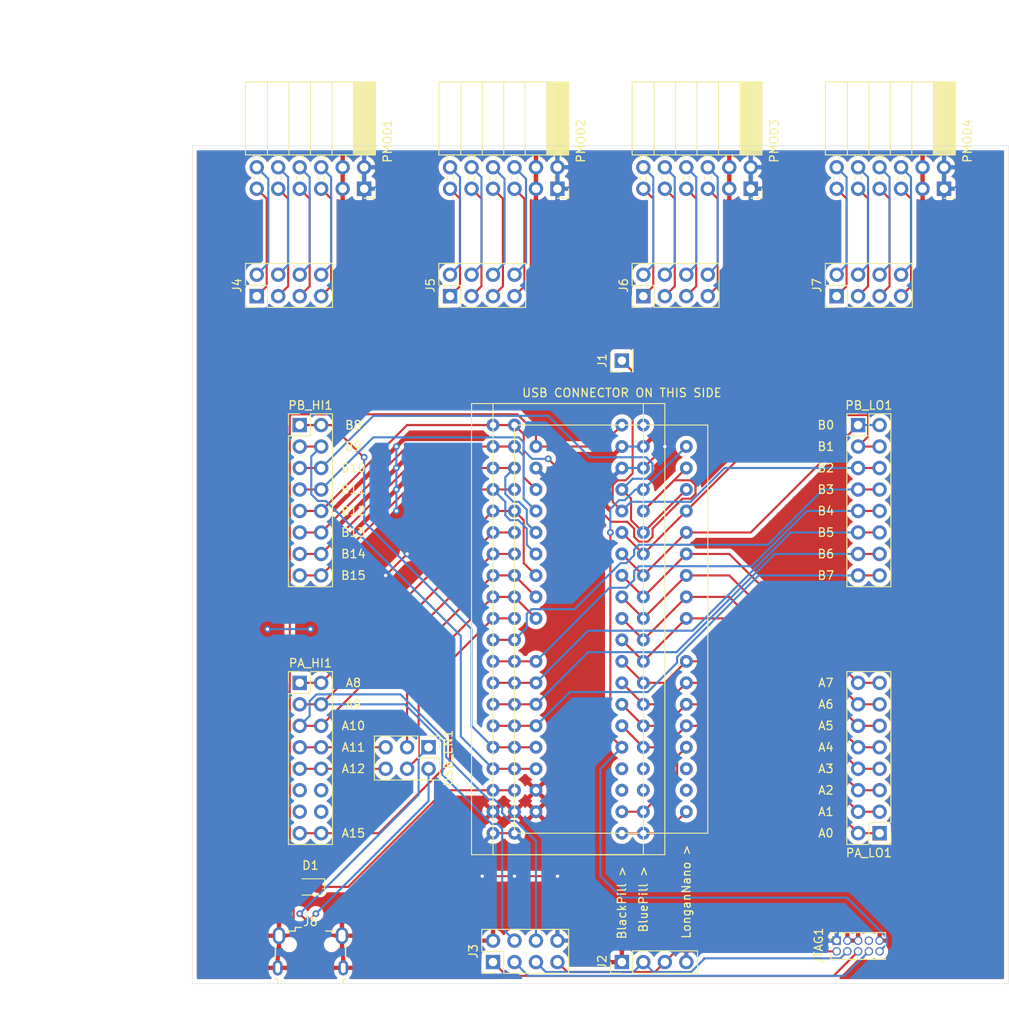
<source format=kicad_pcb>
(kicad_pcb (version 20171130) (host pcbnew 5.1.10)
  (layers (0 F.Cu signal) (31 B.Cu signal) (34 B.Paste user) (35 F.Paste user) (36 B.SilkS user) (37 F.SilkS user) (38 B.Mask user) (39 F.Mask user) (44 Edge.Cuts user))
  (net 0 "")
  (net 1 B12)
  (net 2 B13)
  (net 3 B14)
  (net 4 B15)
  (net 5 A8)
  (net 6 A9)
  (net 7 A10)
  (net 8 A11)
  (net 9 A12)
  (net 10 A15)
  (net 11 B3)
  (net 12 B4)
  (net 13 B5)
  (net 14 B6)
  (net 15 B7)
  (net 16 B8)
  (net 17 B9)
  (net 18 5V)
  (net 19 GND)
  (net 20 3V3)
  (net 21 VB)
  (net 22 C13)
  (net 23 A0)
  (net 24 A1)
  (net 25 A2)
  (net 26 A3)
  (net 27 A4)
  (net 28 A5)
  (net 29 A6)
  (net 30 A7)
  (net 31 B0)
  (net 32 B1)
  (net 33 B10)
  (net 34 B11)
  (net 35 ~RST)
  (net 36 B2)
  (net 37 PMOD_I2C_GPIO4)
  (net 38 PMOD_I2C_GPIO3)
  (net 39 PMOD_I2C_GPIO2)
  (net 40 PMOD_I2C_GPIO1)
  (net 41 PMOD_I2C_SDA)
  (net 42 PMOD_I2C_SCL)
  (net 43 PMOD_I2C_RESET)
  (net 44 PMOD_I2C_INT)
  (net 45 PMOD_SPI_GPIO4_CS3)
  (net 46 PMOD_SPI_GPIO3_CS2)
  (net 47 PMOD_SPI_GPIO2_RESET)
  (net 48 PMOD_SPI_GPIO1_INT)
  (net 49 PMOD_SPI_SCK)
  (net 50 PMOD_SPI_MISO)
  (net 51 PMOD_SPI_MOSI)
  (net 52 PMOD_SPI_CS)
  (net 53 PMOD_UART_GPIO4)
  (net 54 PMOD_UART_GPIO3)
  (net 55 PMOD_UART_GPIO2_RESET)
  (net 56 PMOD_UART_GPIO1_INT)
  (net 57 PMOD_UART_RTS)
  (net 58 PMOD_UART_RXD)
  (net 59 PMOD_UART_TXD)
  (net 60 PMOD_UART_CTS)
  (net 61 PMOD_GPIO8)
  (net 62 PMOD_GPIO7)
  (net 63 PMOD_GPIO6)
  (net 64 PMOD_GPIO5)
  (net 65 PMOD_GPIO4)
  (net 66 PMOD_GPIO3)
  (net 67 PMOD_GPIO2)
  (net 68 PMOD_GPIO1)
  (net 69 JTMS)
  (net 70 JTCK)
  (net 71 JTDI)
  (net 72 JTDO)
  (net 73 IO_A12)
  (net 74 IO_A11)
  (net 75 USB_D+)
  (net 76 USB_D-)
  (net 77 VBUS)
  (module Connector_USB:USB_Micro-B_Wuerth_629105150521 (layer F.Cu) (at 67.31 120.65)
    (fp_text reference J8 (at 0 -3.5) (layer F.SilkS))
    (fp_text value USB_B_Micro)
    (pad "" np_thru_hole oval (at 2.5 -0.8) (size 0.8 0.8) (drill 0.8) (layers *.Cu *.Mask))
    (pad "" np_thru_hole oval (at -2.5 -0.8) (size 0.8 0.8) (drill 0.8) (layers *.Cu *.Mask))
    (pad 6 thru_hole oval (at 3.875 1.95) (size 1.15 1.8) (drill oval 0.55 1.2) (layers *.Cu *.Mask) (net 19 GND))
    (pad 6 thru_hole oval (at -3.875 1.95) (size 1.15 1.8) (drill oval 0.55 1.2) (layers *.Cu *.Mask) (net 19 GND))
    (pad 6 thru_hole oval (at 3.725 -1.85) (size 1.45 2) (drill oval 0.85 1.4) (layers *.Cu *.Mask) (net 19 GND))
    (pad 6 thru_hole oval (at -3.725 -1.85) (size 1.45 2) (drill oval 0.85 1.4) (layers *.Cu *.Mask) (net 19 GND))
    (pad 5 smd rect (at 1.3 -1.9) (size 0.45 1.3) (layers F.Cu F.Paste F.Mask) (net 19 GND))
    (pad 4 smd rect (at 0.65 -1.9) (size 0.45 1.3) (layers F.Cu F.Paste F.Mask))
    (pad 3 smd rect (at 0 -1.9) (size 0.45 1.3) (layers F.Cu F.Paste F.Mask) (net 75 USB_D+))
    (pad 2 smd rect (at -0.65 -1.9) (size 0.45 1.3) (layers F.Cu F.Paste F.Mask) (net 76 USB_D-))
    (pad 1 smd rect (at -1.3 -1.9) (size 0.45 1.3) (layers F.Cu F.Paste F.Mask) (net 77 VBUS))
  )
  (module Diode_SMD:D_0805_2012Metric (layer F.Cu) (at 67.31 113.03 180)
    (fp_text reference D1 (at 0 2.54) (layer F.SilkS))
    (fp_text value D_Schottky)
    (pad 2 smd roundrect (at 0.9375 0 180) (size 0.975 1.4) (layers F.Cu F.Paste F.Mask) (net 77 VBUS))
    (pad 1 smd roundrect (at -0.9375 0 180) (size 0.975 1.4) (layers F.Cu F.Paste F.Mask) (net 18 5V))
  )
  (module Connector_PinHeader_2.54mm:PinHeader_2x04_P2.54mm_Vertical (layer F.Cu) (at 129.54 43.18 90)
    (fp_text reference J7 (at 1.27 -2.33 90) (layer F.SilkS))
    (fp_text value Conn_02x04_Odd_Even)
    (pad 8 thru_hole oval (at 2.54 7.62 90) (size 1.7 1.7) (drill 1) (layers *.Cu *.Mask) (net 61 PMOD_GPIO8))
    (pad 7 thru_hole oval (at 0 7.62 90) (size 1.7 1.7) (drill 1) (layers *.Cu *.Mask) (net 65 PMOD_GPIO4))
    (pad 6 thru_hole oval (at 2.54 5.08 90) (size 1.7 1.7) (drill 1) (layers *.Cu *.Mask) (net 62 PMOD_GPIO7))
    (pad 5 thru_hole oval (at 0 5.08 90) (size 1.7 1.7) (drill 1) (layers *.Cu *.Mask) (net 66 PMOD_GPIO3))
    (pad 4 thru_hole oval (at 2.54 2.54 90) (size 1.7 1.7) (drill 1) (layers *.Cu *.Mask) (net 63 PMOD_GPIO6))
    (pad 3 thru_hole oval (at 0 2.54 90) (size 1.7 1.7) (drill 1) (layers *.Cu *.Mask) (net 67 PMOD_GPIO2))
    (pad 2 thru_hole oval (at 2.54 0 90) (size 1.7 1.7) (drill 1) (layers *.Cu *.Mask) (net 64 PMOD_GPIO5))
    (pad 1 thru_hole rect (at 0 0 90) (size 1.7 1.7) (drill 1) (layers *.Cu *.Mask) (net 68 PMOD_GPIO1))
  )
  (module Connector_PinHeader_2.54mm:PinHeader_2x04_P2.54mm_Vertical (layer F.Cu) (at 106.68 43.18 90)
    (fp_text reference J6 (at 1.27 -2.33 90) (layer F.SilkS))
    (fp_text value Conn_02x04_Odd_Even)
    (pad 8 thru_hole oval (at 2.54 7.62 90) (size 1.7 1.7) (drill 1) (layers *.Cu *.Mask) (net 53 PMOD_UART_GPIO4))
    (pad 7 thru_hole oval (at 0 7.62 90) (size 1.7 1.7) (drill 1) (layers *.Cu *.Mask) (net 57 PMOD_UART_RTS))
    (pad 6 thru_hole oval (at 2.54 5.08 90) (size 1.7 1.7) (drill 1) (layers *.Cu *.Mask) (net 54 PMOD_UART_GPIO3))
    (pad 5 thru_hole oval (at 0 5.08 90) (size 1.7 1.7) (drill 1) (layers *.Cu *.Mask) (net 58 PMOD_UART_RXD))
    (pad 4 thru_hole oval (at 2.54 2.54 90) (size 1.7 1.7) (drill 1) (layers *.Cu *.Mask) (net 55 PMOD_UART_GPIO2_RESET))
    (pad 3 thru_hole oval (at 0 2.54 90) (size 1.7 1.7) (drill 1) (layers *.Cu *.Mask) (net 59 PMOD_UART_TXD))
    (pad 2 thru_hole oval (at 2.54 0 90) (size 1.7 1.7) (drill 1) (layers *.Cu *.Mask) (net 56 PMOD_UART_GPIO1_INT))
    (pad 1 thru_hole rect (at 0 0 90) (size 1.7 1.7) (drill 1) (layers *.Cu *.Mask) (net 60 PMOD_UART_CTS))
  )
  (module Connector_PinHeader_2.54mm:PinHeader_2x04_P2.54mm_Vertical (layer F.Cu) (at 83.82 43.18 90)
    (fp_text reference J5 (at 1.27 -2.33 90) (layer F.SilkS))
    (fp_text value Conn_02x04_Odd_Even)
    (pad 8 thru_hole oval (at 2.54 7.62 90) (size 1.7 1.7) (drill 1) (layers *.Cu *.Mask) (net 45 PMOD_SPI_GPIO4_CS3))
    (pad 7 thru_hole oval (at 0 7.62 90) (size 1.7 1.7) (drill 1) (layers *.Cu *.Mask) (net 49 PMOD_SPI_SCK))
    (pad 6 thru_hole oval (at 2.54 5.08 90) (size 1.7 1.7) (drill 1) (layers *.Cu *.Mask) (net 46 PMOD_SPI_GPIO3_CS2))
    (pad 5 thru_hole oval (at 0 5.08 90) (size 1.7 1.7) (drill 1) (layers *.Cu *.Mask) (net 50 PMOD_SPI_MISO))
    (pad 4 thru_hole oval (at 2.54 2.54 90) (size 1.7 1.7) (drill 1) (layers *.Cu *.Mask) (net 47 PMOD_SPI_GPIO2_RESET))
    (pad 3 thru_hole oval (at 0 2.54 90) (size 1.7 1.7) (drill 1) (layers *.Cu *.Mask) (net 51 PMOD_SPI_MOSI))
    (pad 2 thru_hole oval (at 2.54 0 90) (size 1.7 1.7) (drill 1) (layers *.Cu *.Mask) (net 48 PMOD_SPI_GPIO1_INT))
    (pad 1 thru_hole rect (at 0 0 90) (size 1.7 1.7) (drill 1) (layers *.Cu *.Mask) (net 52 PMOD_SPI_CS))
  )
  (module Connector_PinHeader_2.54mm:PinHeader_2x04_P2.54mm_Vertical (layer F.Cu) (at 60.96 43.18 90)
    (fp_text reference J4 (at 1.27 -2.33 90) (layer F.SilkS))
    (fp_text value Conn_02x04_Odd_Even)
    (pad 8 thru_hole oval (at 2.54 7.62 90) (size 1.7 1.7) (drill 1) (layers *.Cu *.Mask) (net 37 PMOD_I2C_GPIO4))
    (pad 7 thru_hole oval (at 0 7.62 90) (size 1.7 1.7) (drill 1) (layers *.Cu *.Mask) (net 41 PMOD_I2C_SDA))
    (pad 6 thru_hole oval (at 2.54 5.08 90) (size 1.7 1.7) (drill 1) (layers *.Cu *.Mask) (net 38 PMOD_I2C_GPIO3))
    (pad 5 thru_hole oval (at 0 5.08 90) (size 1.7 1.7) (drill 1) (layers *.Cu *.Mask) (net 42 PMOD_I2C_SCL))
    (pad 4 thru_hole oval (at 2.54 2.54 90) (size 1.7 1.7) (drill 1) (layers *.Cu *.Mask) (net 39 PMOD_I2C_GPIO2))
    (pad 3 thru_hole oval (at 0 2.54 90) (size 1.7 1.7) (drill 1) (layers *.Cu *.Mask) (net 43 PMOD_I2C_RESET))
    (pad 2 thru_hole oval (at 2.54 0 90) (size 1.7 1.7) (drill 1) (layers *.Cu *.Mask) (net 40 PMOD_I2C_GPIO1))
    (pad 1 thru_hole rect (at 0 0 90) (size 1.7 1.7) (drill 1) (layers *.Cu *.Mask) (net 44 PMOD_I2C_INT))
  )
  (module Connector_PinHeader_2.54mm:PinHeader_2x03_P2.54mm_Vertical (layer F.Cu) (at 81.28 96.52 270)
    (fp_text reference USB_EN1 (at 1.27 -2.33 90) (layer F.SilkS))
    (fp_text value Conn_02x03_Odd_Even)
    (pad 6 thru_hole oval (at 2.54 5.08 270) (size 1.7 1.7) (drill 1) (layers *.Cu *.Mask) (net 73 IO_A12))
    (pad 5 thru_hole oval (at 0 5.08 270) (size 1.7 1.7) (drill 1) (layers *.Cu *.Mask) (net 74 IO_A11))
    (pad 4 thru_hole oval (at 2.54 2.54 270) (size 1.7 1.7) (drill 1) (layers *.Cu *.Mask) (net 9 A12))
    (pad 3 thru_hole oval (at 0 2.54 270) (size 1.7 1.7) (drill 1) (layers *.Cu *.Mask) (net 8 A11))
    (pad 2 thru_hole oval (at 2.54 0 270) (size 1.7 1.7) (drill 1) (layers *.Cu *.Mask) (net 75 USB_D+))
    (pad 1 thru_hole rect (at 0 0 270) (size 1.7 1.7) (drill 1) (layers *.Cu *.Mask) (net 76 USB_D-))
  )
  (module Connector_PinHeader_2.54mm:PinHeader_2x08_P2.54mm_Vertical (layer F.Cu) (at 132.08 58.42)
    (fp_text reference PB_LO1 (at 1.27 -2.33) (layer F.SilkS))
    (fp_text value Conn_02x08_Odd_Even)
    (pad 16 thru_hole oval (at 2.54 17.78) (size 1.7 1.7) (drill 1) (layers *.Cu *.Mask) (net 15 B7))
    (pad 15 thru_hole oval (at 0 17.78) (size 1.7 1.7) (drill 1) (layers *.Cu *.Mask) (net 15 B7))
    (pad 14 thru_hole oval (at 2.54 15.24) (size 1.7 1.7) (drill 1) (layers *.Cu *.Mask) (net 14 B6))
    (pad 13 thru_hole oval (at 0 15.24) (size 1.7 1.7) (drill 1) (layers *.Cu *.Mask) (net 14 B6))
    (pad 12 thru_hole oval (at 2.54 12.7) (size 1.7 1.7) (drill 1) (layers *.Cu *.Mask) (net 13 B5))
    (pad 11 thru_hole oval (at 0 12.7) (size 1.7 1.7) (drill 1) (layers *.Cu *.Mask) (net 13 B5))
    (pad 10 thru_hole oval (at 2.54 10.16) (size 1.7 1.7) (drill 1) (layers *.Cu *.Mask) (net 12 B4))
    (pad 9 thru_hole oval (at 0 10.16) (size 1.7 1.7) (drill 1) (layers *.Cu *.Mask) (net 12 B4))
    (pad 8 thru_hole oval (at 2.54 7.62) (size 1.7 1.7) (drill 1) (layers *.Cu *.Mask) (net 11 B3))
    (pad 7 thru_hole oval (at 0 7.62) (size 1.7 1.7) (drill 1) (layers *.Cu *.Mask) (net 11 B3))
    (pad 6 thru_hole oval (at 2.54 5.08) (size 1.7 1.7) (drill 1) (layers *.Cu *.Mask) (net 36 B2))
    (pad 5 thru_hole oval (at 0 5.08) (size 1.7 1.7) (drill 1) (layers *.Cu *.Mask) (net 36 B2))
    (pad 4 thru_hole oval (at 2.54 2.54) (size 1.7 1.7) (drill 1) (layers *.Cu *.Mask) (net 32 B1))
    (pad 3 thru_hole oval (at 0 2.54) (size 1.7 1.7) (drill 1) (layers *.Cu *.Mask) (net 32 B1))
    (pad 2 thru_hole oval (at 2.54 0) (size 1.7 1.7) (drill 1) (layers *.Cu *.Mask) (net 31 B0))
    (pad 1 thru_hole rect (at 0 0) (size 1.7 1.7) (drill 1) (layers *.Cu *.Mask) (net 31 B0))
  )
  (module Connector_PinHeader_2.54mm:PinHeader_2x08_P2.54mm_Vertical (layer F.Cu) (at 66.04 58.42)
    (fp_text reference PB_HI1 (at 1.27 -2.33) (layer F.SilkS))
    (fp_text value Conn_02x08_Odd_Even)
    (pad 16 thru_hole oval (at 2.54 17.78) (size 1.7 1.7) (drill 1) (layers *.Cu *.Mask) (net 4 B15))
    (pad 15 thru_hole oval (at 0 17.78) (size 1.7 1.7) (drill 1) (layers *.Cu *.Mask) (net 4 B15))
    (pad 14 thru_hole oval (at 2.54 15.24) (size 1.7 1.7) (drill 1) (layers *.Cu *.Mask) (net 3 B14))
    (pad 13 thru_hole oval (at 0 15.24) (size 1.7 1.7) (drill 1) (layers *.Cu *.Mask) (net 3 B14))
    (pad 12 thru_hole oval (at 2.54 12.7) (size 1.7 1.7) (drill 1) (layers *.Cu *.Mask) (net 2 B13))
    (pad 11 thru_hole oval (at 0 12.7) (size 1.7 1.7) (drill 1) (layers *.Cu *.Mask) (net 2 B13))
    (pad 10 thru_hole oval (at 2.54 10.16) (size 1.7 1.7) (drill 1) (layers *.Cu *.Mask) (net 1 B12))
    (pad 9 thru_hole oval (at 0 10.16) (size 1.7 1.7) (drill 1) (layers *.Cu *.Mask) (net 1 B12))
    (pad 8 thru_hole oval (at 2.54 7.62) (size 1.7 1.7) (drill 1) (layers *.Cu *.Mask) (net 34 B11))
    (pad 7 thru_hole oval (at 0 7.62) (size 1.7 1.7) (drill 1) (layers *.Cu *.Mask) (net 34 B11))
    (pad 6 thru_hole oval (at 2.54 5.08) (size 1.7 1.7) (drill 1) (layers *.Cu *.Mask) (net 33 B10))
    (pad 5 thru_hole oval (at 0 5.08) (size 1.7 1.7) (drill 1) (layers *.Cu *.Mask) (net 33 B10))
    (pad 4 thru_hole oval (at 2.54 2.54) (size 1.7 1.7) (drill 1) (layers *.Cu *.Mask) (net 17 B9))
    (pad 3 thru_hole oval (at 0 2.54) (size 1.7 1.7) (drill 1) (layers *.Cu *.Mask) (net 17 B9))
    (pad 2 thru_hole oval (at 2.54 0) (size 1.7 1.7) (drill 1) (layers *.Cu *.Mask) (net 16 B8))
    (pad 1 thru_hole rect (at 0 0) (size 1.7 1.7) (drill 1) (layers *.Cu *.Mask) (net 16 B8))
  )
  (module Connector_PinHeader_2.54mm:PinHeader_2x08_P2.54mm_Vertical (layer F.Cu) (at 134.62 106.68 180)
    (fp_text reference PA_LO1 (at 1.27 -2.33) (layer F.SilkS))
    (fp_text value Conn_02x08_Odd_Even)
    (pad 16 thru_hole oval (at 2.54 17.78 180) (size 1.7 1.7) (drill 1) (layers *.Cu *.Mask) (net 30 A7))
    (pad 15 thru_hole oval (at 0 17.78 180) (size 1.7 1.7) (drill 1) (layers *.Cu *.Mask) (net 30 A7))
    (pad 14 thru_hole oval (at 2.54 15.24 180) (size 1.7 1.7) (drill 1) (layers *.Cu *.Mask) (net 29 A6))
    (pad 13 thru_hole oval (at 0 15.24 180) (size 1.7 1.7) (drill 1) (layers *.Cu *.Mask) (net 29 A6))
    (pad 12 thru_hole oval (at 2.54 12.7 180) (size 1.7 1.7) (drill 1) (layers *.Cu *.Mask) (net 28 A5))
    (pad 11 thru_hole oval (at 0 12.7 180) (size 1.7 1.7) (drill 1) (layers *.Cu *.Mask) (net 28 A5))
    (pad 10 thru_hole oval (at 2.54 10.16 180) (size 1.7 1.7) (drill 1) (layers *.Cu *.Mask) (net 27 A4))
    (pad 9 thru_hole oval (at 0 10.16 180) (size 1.7 1.7) (drill 1) (layers *.Cu *.Mask) (net 27 A4))
    (pad 8 thru_hole oval (at 2.54 7.62 180) (size 1.7 1.7) (drill 1) (layers *.Cu *.Mask) (net 26 A3))
    (pad 7 thru_hole oval (at 0 7.62 180) (size 1.7 1.7) (drill 1) (layers *.Cu *.Mask) (net 26 A3))
    (pad 6 thru_hole oval (at 2.54 5.08 180) (size 1.7 1.7) (drill 1) (layers *.Cu *.Mask) (net 25 A2))
    (pad 5 thru_hole oval (at 0 5.08 180) (size 1.7 1.7) (drill 1) (layers *.Cu *.Mask) (net 25 A2))
    (pad 4 thru_hole oval (at 2.54 2.54 180) (size 1.7 1.7) (drill 1) (layers *.Cu *.Mask) (net 24 A1))
    (pad 3 thru_hole oval (at 0 2.54 180) (size 1.7 1.7) (drill 1) (layers *.Cu *.Mask) (net 24 A1))
    (pad 2 thru_hole oval (at 2.54 0 180) (size 1.7 1.7) (drill 1) (layers *.Cu *.Mask) (net 23 A0))
    (pad 1 thru_hole rect (at 0 0 180) (size 1.7 1.7) (drill 1) (layers *.Cu *.Mask) (net 23 A0))
  )
  (module Connector_PinHeader_2.54mm:PinHeader_2x08_P2.54mm_Vertical (layer F.Cu) (at 66.04 88.9)
    (fp_text reference PA_HI1 (at 1.27 -2.33) (layer F.SilkS))
    (fp_text value Conn_02x08_Odd_Even)
    (pad 16 thru_hole oval (at 2.54 17.78) (size 1.7 1.7) (drill 1) (layers *.Cu *.Mask) (net 10 A15))
    (pad 15 thru_hole oval (at 0 17.78) (size 1.7 1.7) (drill 1) (layers *.Cu *.Mask) (net 10 A15))
    (pad 14 thru_hole oval (at 2.54 15.24) (size 1.7 1.7) (drill 1) (layers *.Cu *.Mask))
    (pad 13 thru_hole oval (at 0 15.24) (size 1.7 1.7) (drill 1) (layers *.Cu *.Mask))
    (pad 12 thru_hole oval (at 2.54 12.7) (size 1.7 1.7) (drill 1) (layers *.Cu *.Mask))
    (pad 11 thru_hole oval (at 0 12.7) (size 1.7 1.7) (drill 1) (layers *.Cu *.Mask))
    (pad 10 thru_hole oval (at 2.54 10.16) (size 1.7 1.7) (drill 1) (layers *.Cu *.Mask) (net 73 IO_A12))
    (pad 9 thru_hole oval (at 0 10.16) (size 1.7 1.7) (drill 1) (layers *.Cu *.Mask) (net 73 IO_A12))
    (pad 8 thru_hole oval (at 2.54 7.62) (size 1.7 1.7) (drill 1) (layers *.Cu *.Mask) (net 74 IO_A11))
    (pad 7 thru_hole oval (at 0 7.62) (size 1.7 1.7) (drill 1) (layers *.Cu *.Mask) (net 74 IO_A11))
    (pad 6 thru_hole oval (at 2.54 5.08) (size 1.7 1.7) (drill 1) (layers *.Cu *.Mask) (net 7 A10))
    (pad 5 thru_hole oval (at 0 5.08) (size 1.7 1.7) (drill 1) (layers *.Cu *.Mask) (net 7 A10))
    (pad 4 thru_hole oval (at 2.54 2.54) (size 1.7 1.7) (drill 1) (layers *.Cu *.Mask) (net 6 A9))
    (pad 3 thru_hole oval (at 0 2.54) (size 1.7 1.7) (drill 1) (layers *.Cu *.Mask) (net 6 A9))
    (pad 2 thru_hole oval (at 2.54 0) (size 1.7 1.7) (drill 1) (layers *.Cu *.Mask) (net 5 A8))
    (pad 1 thru_hole rect (at 0 0) (size 1.7 1.7) (drill 1) (layers *.Cu *.Mask) (net 5 A8))
  )
  (module Connector_PinSocket_1.27mm:PinSocket_2x05_P1.27mm_Vertical (layer F.Cu) (at 129.54 119.38 90)
    (fp_text reference JTAG1 (at -0.635 -2.135 90) (layer F.SilkS))
    (fp_text value Conn_02x05_Odd_Even)
    (pad 10 thru_hole oval (at -1.27 5.08 90) (size 1 1) (drill 0.7) (layers *.Cu *.Mask) (net 35 ~RST))
    (pad 9 thru_hole oval (at 0 5.08 90) (size 1 1) (drill 0.7) (layers *.Cu *.Mask) (net 19 GND))
    (pad 8 thru_hole oval (at -1.27 3.81 90) (size 1 1) (drill 0.7) (layers *.Cu *.Mask) (net 71 JTDI))
    (pad 7 thru_hole oval (at 0 3.81 90) (size 1 1) (drill 0.7) (layers *.Cu *.Mask))
    (pad 6 thru_hole oval (at -1.27 2.54 90) (size 1 1) (drill 0.7) (layers *.Cu *.Mask) (net 72 JTDO))
    (pad 5 thru_hole oval (at 0 2.54 90) (size 1 1) (drill 0.7) (layers *.Cu *.Mask) (net 19 GND))
    (pad 4 thru_hole oval (at -1.27 1.27 90) (size 1 1) (drill 0.7) (layers *.Cu *.Mask) (net 70 JTCK))
    (pad 3 thru_hole oval (at 0 1.27 90) (size 1 1) (drill 0.7) (layers *.Cu *.Mask) (net 19 GND))
    (pad 2 thru_hole oval (at -1.27 0 90) (size 1 1) (drill 0.7) (layers *.Cu *.Mask) (net 69 JTMS))
    (pad 1 thru_hole rect (at 0 0 90) (size 1 1) (drill 0.7) (layers *.Cu *.Mask) (net 20 3V3))
  )
  (module Connector_PinSocket_2.54mm:PinSocket_2x06_P2.54mm_Horizontal (layer F.Cu) (at 142.24 30.48 270)
    (fp_text reference PMOD4 (at -5.65 -2.77 90) (layer F.SilkS))
    (fp_text value Conn_02x06_Odd_Even)
    (pad 12 thru_hole oval (at -2.54 12.7 270) (size 1.7 1.7) (drill 1) (layers *.Cu *.Mask) (net 64 PMOD_GPIO5))
    (pad 11 thru_hole oval (at 0 12.7 270) (size 1.7 1.7) (drill 1) (layers *.Cu *.Mask) (net 68 PMOD_GPIO1))
    (pad 10 thru_hole oval (at -2.54 10.16 270) (size 1.7 1.7) (drill 1) (layers *.Cu *.Mask) (net 63 PMOD_GPIO6))
    (pad 9 thru_hole oval (at 0 10.16 270) (size 1.7 1.7) (drill 1) (layers *.Cu *.Mask) (net 67 PMOD_GPIO2))
    (pad 8 thru_hole oval (at -2.54 7.62 270) (size 1.7 1.7) (drill 1) (layers *.Cu *.Mask) (net 62 PMOD_GPIO7))
    (pad 7 thru_hole oval (at 0 7.62 270) (size 1.7 1.7) (drill 1) (layers *.Cu *.Mask) (net 66 PMOD_GPIO3))
    (pad 6 thru_hole oval (at -2.54 5.08 270) (size 1.7 1.7) (drill 1) (layers *.Cu *.Mask) (net 61 PMOD_GPIO8))
    (pad 5 thru_hole oval (at 0 5.08 270) (size 1.7 1.7) (drill 1) (layers *.Cu *.Mask) (net 65 PMOD_GPIO4))
    (pad 4 thru_hole oval (at -2.54 2.54 270) (size 1.7 1.7) (drill 1) (layers *.Cu *.Mask) (net 19 GND))
    (pad 3 thru_hole oval (at 0 2.54 270) (size 1.7 1.7) (drill 1) (layers *.Cu *.Mask) (net 19 GND))
    (pad 2 thru_hole oval (at -2.54 0 270) (size 1.7 1.7) (drill 1) (layers *.Cu *.Mask) (net 20 3V3))
    (pad 1 thru_hole rect (at 0 0 270) (size 1.7 1.7) (drill 1) (layers *.Cu *.Mask) (net 20 3V3))
  )
  (module Connector_PinSocket_2.54mm:PinSocket_2x06_P2.54mm_Horizontal (layer F.Cu) (at 119.38 30.48 270)
    (fp_text reference PMOD3 (at -5.65 -2.77 90) (layer F.SilkS))
    (fp_text value Conn_02x06_Odd_Even)
    (pad 12 thru_hole oval (at -2.54 12.7 270) (size 1.7 1.7) (drill 1) (layers *.Cu *.Mask) (net 56 PMOD_UART_GPIO1_INT))
    (pad 11 thru_hole oval (at 0 12.7 270) (size 1.7 1.7) (drill 1) (layers *.Cu *.Mask) (net 60 PMOD_UART_CTS))
    (pad 10 thru_hole oval (at -2.54 10.16 270) (size 1.7 1.7) (drill 1) (layers *.Cu *.Mask) (net 55 PMOD_UART_GPIO2_RESET))
    (pad 9 thru_hole oval (at 0 10.16 270) (size 1.7 1.7) (drill 1) (layers *.Cu *.Mask) (net 59 PMOD_UART_TXD))
    (pad 8 thru_hole oval (at -2.54 7.62 270) (size 1.7 1.7) (drill 1) (layers *.Cu *.Mask) (net 54 PMOD_UART_GPIO3))
    (pad 7 thru_hole oval (at 0 7.62 270) (size 1.7 1.7) (drill 1) (layers *.Cu *.Mask) (net 58 PMOD_UART_RXD))
    (pad 6 thru_hole oval (at -2.54 5.08 270) (size 1.7 1.7) (drill 1) (layers *.Cu *.Mask) (net 53 PMOD_UART_GPIO4))
    (pad 5 thru_hole oval (at 0 5.08 270) (size 1.7 1.7) (drill 1) (layers *.Cu *.Mask) (net 57 PMOD_UART_RTS))
    (pad 4 thru_hole oval (at -2.54 2.54 270) (size 1.7 1.7) (drill 1) (layers *.Cu *.Mask) (net 19 GND))
    (pad 3 thru_hole oval (at 0 2.54 270) (size 1.7 1.7) (drill 1) (layers *.Cu *.Mask) (net 19 GND))
    (pad 2 thru_hole oval (at -2.54 0 270) (size 1.7 1.7) (drill 1) (layers *.Cu *.Mask) (net 20 3V3))
    (pad 1 thru_hole rect (at 0 0 270) (size 1.7 1.7) (drill 1) (layers *.Cu *.Mask) (net 20 3V3))
  )
  (module Connector_PinSocket_2.54mm:PinSocket_2x06_P2.54mm_Horizontal (layer F.Cu) (at 96.52 30.48 270)
    (fp_text reference PMOD2 (at -5.65 -2.77 90) (layer F.SilkS))
    (fp_text value Conn_02x06_Odd_Even)
    (pad 12 thru_hole oval (at -2.54 12.7 270) (size 1.7 1.7) (drill 1) (layers *.Cu *.Mask) (net 48 PMOD_SPI_GPIO1_INT))
    (pad 11 thru_hole oval (at 0 12.7 270) (size 1.7 1.7) (drill 1) (layers *.Cu *.Mask) (net 52 PMOD_SPI_CS))
    (pad 10 thru_hole oval (at -2.54 10.16 270) (size 1.7 1.7) (drill 1) (layers *.Cu *.Mask) (net 47 PMOD_SPI_GPIO2_RESET))
    (pad 9 thru_hole oval (at 0 10.16 270) (size 1.7 1.7) (drill 1) (layers *.Cu *.Mask) (net 51 PMOD_SPI_MOSI))
    (pad 8 thru_hole oval (at -2.54 7.62 270) (size 1.7 1.7) (drill 1) (layers *.Cu *.Mask) (net 46 PMOD_SPI_GPIO3_CS2))
    (pad 7 thru_hole oval (at 0 7.62 270) (size 1.7 1.7) (drill 1) (layers *.Cu *.Mask) (net 50 PMOD_SPI_MISO))
    (pad 6 thru_hole oval (at -2.54 5.08 270) (size 1.7 1.7) (drill 1) (layers *.Cu *.Mask) (net 45 PMOD_SPI_GPIO4_CS3))
    (pad 5 thru_hole oval (at 0 5.08 270) (size 1.7 1.7) (drill 1) (layers *.Cu *.Mask) (net 49 PMOD_SPI_SCK))
    (pad 4 thru_hole oval (at -2.54 2.54 270) (size 1.7 1.7) (drill 1) (layers *.Cu *.Mask) (net 19 GND))
    (pad 3 thru_hole oval (at 0 2.54 270) (size 1.7 1.7) (drill 1) (layers *.Cu *.Mask) (net 19 GND))
    (pad 2 thru_hole oval (at -2.54 0 270) (size 1.7 1.7) (drill 1) (layers *.Cu *.Mask) (net 20 3V3))
    (pad 1 thru_hole rect (at 0 0 270) (size 1.7 1.7) (drill 1) (layers *.Cu *.Mask) (net 20 3V3))
  )
  (module Connector_PinSocket_2.54mm:PinSocket_2x06_P2.54mm_Horizontal (layer F.Cu) (at 73.66 30.48 270)
    (fp_text reference PMOD1 (at -5.65 -2.77 90) (layer F.SilkS))
    (fp_text value Conn_02x06_Odd_Even)
    (pad 12 thru_hole oval (at -2.54 12.7 270) (size 1.7 1.7) (drill 1) (layers *.Cu *.Mask) (net 40 PMOD_I2C_GPIO1))
    (pad 11 thru_hole oval (at 0 12.7 270) (size 1.7 1.7) (drill 1) (layers *.Cu *.Mask) (net 44 PMOD_I2C_INT))
    (pad 10 thru_hole oval (at -2.54 10.16 270) (size 1.7 1.7) (drill 1) (layers *.Cu *.Mask) (net 39 PMOD_I2C_GPIO2))
    (pad 9 thru_hole oval (at 0 10.16 270) (size 1.7 1.7) (drill 1) (layers *.Cu *.Mask) (net 43 PMOD_I2C_RESET))
    (pad 8 thru_hole oval (at -2.54 7.62 270) (size 1.7 1.7) (drill 1) (layers *.Cu *.Mask) (net 38 PMOD_I2C_GPIO3))
    (pad 7 thru_hole oval (at 0 7.62 270) (size 1.7 1.7) (drill 1) (layers *.Cu *.Mask) (net 42 PMOD_I2C_SCL))
    (pad 6 thru_hole oval (at -2.54 5.08 270) (size 1.7 1.7) (drill 1) (layers *.Cu *.Mask) (net 37 PMOD_I2C_GPIO4))
    (pad 5 thru_hole oval (at 0 5.08 270) (size 1.7 1.7) (drill 1) (layers *.Cu *.Mask) (net 41 PMOD_I2C_SDA))
    (pad 4 thru_hole oval (at -2.54 2.54 270) (size 1.7 1.7) (drill 1) (layers *.Cu *.Mask) (net 19 GND))
    (pad 3 thru_hole oval (at 0 2.54 270) (size 1.7 1.7) (drill 1) (layers *.Cu *.Mask) (net 19 GND))
    (pad 2 thru_hole oval (at -2.54 0 270) (size 1.7 1.7) (drill 1) (layers *.Cu *.Mask) (net 20 3V3))
    (pad 1 thru_hole rect (at 0 0 270) (size 1.7 1.7) (drill 1) (layers *.Cu *.Mask) (net 20 3V3))
  )
  (module Connector_PinHeader_2.54mm:PinHeader_2x04_P2.54mm_Vertical (layer F.Cu) (at 88.9 121.92 90)
    (fp_text reference J3 (at 1.27 -2.33 90) (layer F.SilkS))
    (fp_text value Conn_02x04_Odd_Even)
    (pad 8 thru_hole oval (at 2.54 7.62 90) (size 1.7 1.7) (drill 1) (layers *.Cu *.Mask) (net 20 3V3))
    (pad 7 thru_hole oval (at 0 7.62 90) (size 1.7 1.7) (drill 1) (layers *.Cu *.Mask) (net 69 JTMS))
    (pad 6 thru_hole oval (at 2.54 5.08 90) (size 1.7 1.7) (drill 1) (layers *.Cu *.Mask) (net 7 A10))
    (pad 5 thru_hole oval (at 0 5.08 90) (size 1.7 1.7) (drill 1) (layers *.Cu *.Mask) (net 70 JTCK))
    (pad 4 thru_hole oval (at 2.54 2.54 90) (size 1.7 1.7) (drill 1) (layers *.Cu *.Mask) (net 6 A9))
    (pad 3 thru_hole oval (at 0 2.54 90) (size 1.7 1.7) (drill 1) (layers *.Cu *.Mask) (net 71 JTDI))
    (pad 2 thru_hole oval (at 2.54 0 90) (size 1.7 1.7) (drill 1) (layers *.Cu *.Mask) (net 19 GND))
    (pad 1 thru_hole rect (at 0 0 90) (size 1.7 1.7) (drill 1) (layers *.Cu *.Mask) (net 72 JTDO))
  )
  (module Connector_PinHeader_2.54mm:PinHeader_1x04_P2.54mm_Vertical (layer F.Cu) (at 104.14 121.92 90)
    (fp_text reference J2 (at 0 -2.33 90) (layer F.SilkS))
    (fp_text value Conn_01x04)
    (pad 4 thru_hole oval (at 0 7.62 90) (size 1.7 1.7) (drill 1) (layers *.Cu *.Mask) (net 20 3V3))
    (pad 3 thru_hole oval (at 0 5.08 90) (size 1.7 1.7) (drill 1) (layers *.Cu *.Mask) (net 69 JTMS))
    (pad 2 thru_hole oval (at 0 2.54 90) (size 1.7 1.7) (drill 1) (layers *.Cu *.Mask) (net 70 JTCK))
    (pad 1 thru_hole rect (at 0 0 90) (size 1.7 1.7) (drill 1) (layers *.Cu *.Mask) (net 19 GND))
  )
  (module Connector_PinHeader_2.54mm:PinHeader_1x01_P2.54mm_Vertical (layer F.Cu) (at 104.14 50.8 90)
    (fp_text reference J1 (at 0 -2.33 90) (layer F.SilkS))
    (fp_text value Conn_01x01)
    (pad 1 thru_hole rect (at 0 0 90) (size 1.7 1.7) (drill 1) (layers *.Cu *.Mask) (net 36 B2))
  )
  (module AvS_CoreBoards:LonganNano_Combine (layer F.Cu) (at 104.14 86.36 270)
    (fp_text reference U3 hide)
    (fp_text value LonganNano)
    (fp_text user "LonganNano >" (at 21.59 -7.62 90) (layer F.SilkS) (effects (justify right)))
    (pad 1 thru_hole circle (at -25.4 -7.62 270) (size 1.524 1.524) (drill 0.762) (layers *.Cu *.Mask) (net 35 ~RST))
    (pad 2 thru_hole circle (at -22.86 -7.62 270) (size 1.524 1.524) (drill 0.762) (layers *.Cu *.Mask) (net 34 B11))
    (pad 3 thru_hole circle (at -20.32 -7.62 270) (size 1.524 1.524) (drill 0.762) (layers *.Cu *.Mask) (net 33 B10))
    (pad 4 thru_hole circle (at -17.78 -7.62 270) (size 1.524 1.524) (drill 0.762) (layers *.Cu *.Mask) (net 32 B1))
    (pad 5 thru_hole circle (at -15.24 -7.62 270) (size 1.524 1.524) (drill 0.762) (layers *.Cu *.Mask) (net 31 B0))
    (pad 6 thru_hole circle (at -12.7 -7.62 270) (size 1.524 1.524) (drill 0.762) (layers *.Cu *.Mask) (net 30 A7))
    (pad 7 thru_hole circle (at -10.16 -7.62 270) (size 1.524 1.524) (drill 0.762) (layers *.Cu *.Mask) (net 29 A6))
    (pad 8 thru_hole circle (at -7.62 -7.62 270) (size 1.524 1.524) (drill 0.762) (layers *.Cu *.Mask) (net 28 A5))
    (pad 9 thru_hole circle (at -5.08 -7.62 270) (size 1.524 1.524) (drill 0.762) (layers *.Cu *.Mask) (net 27 A4))
    (pad 10 thru_hole circle (at 0 -7.62 270) (size 1.524 1.524) (drill 0.762) (layers *.Cu *.Mask) (net 26 A3))
    (pad 11 thru_hole circle (at 2.54 -7.62 270) (size 1.524 1.524) (drill 0.762) (layers *.Cu *.Mask) (net 25 A2))
    (pad 12 thru_hole circle (at 5.08 -7.62 270) (size 1.524 1.524) (drill 0.762) (layers *.Cu *.Mask) (net 24 A1))
    (pad 13 thru_hole circle (at 7.62 -7.62 270) (size 1.524 1.524) (drill 0.762) (layers *.Cu *.Mask) (net 23 A0))
    (pad 14 thru_hole circle (at 10.16 -7.62 270) (size 1.524 1.524) (drill 0.762) (layers *.Cu *.Mask) (net 22 C13))
    (pad 15 thru_hole circle (at 12.7 -7.62 270) (size 1.524 1.524) (drill 0.762) (layers *.Cu *.Mask))
    (pad 16 thru_hole circle (at 15.24 -7.62 270) (size 1.524 1.524) (drill 0.762) (layers *.Cu *.Mask))
    (pad 17 thru_hole circle (at 17.78 -7.62 270) (size 1.524 1.524) (drill 0.762) (layers *.Cu *.Mask) (net 21 VB))
    (pad 18 thru_hole circle (at 17.78 10.16 270) (size 1.524 1.524) (drill 0.762) (layers *.Cu *.Mask) (net 19 GND))
    (pad 19 thru_hole circle (at 15.24 10.16 270) (size 1.524 1.524) (drill 0.762) (layers *.Cu *.Mask) (net 19 GND))
    (pad 21 thru_hole circle (at 10.16 10.16 270) (size 1.524 1.524) (drill 0.762) (layers *.Cu *.Mask) (net 16 B8))
    (pad 22 thru_hole circle (at 7.62 10.16 270) (size 1.524 1.524) (drill 0.762) (layers *.Cu *.Mask) (net 15 B7))
    (pad 23 thru_hole circle (at 5.08 10.16 270) (size 1.524 1.524) (drill 0.762) (layers *.Cu *.Mask) (net 14 B6))
    (pad 24 thru_hole circle (at 2.54 10.16 270) (size 1.524 1.524) (drill 0.762) (layers *.Cu *.Mask) (net 13 B5))
    (pad 25 thru_hole circle (at 0 10.16 270) (size 1.524 1.524) (drill 0.762) (layers *.Cu *.Mask) (net 12 B4))
    (pad 26 thru_hole circle (at -5.08 10.16 270) (size 1.524 1.524) (drill 0.762) (layers *.Cu *.Mask) (net 9 A12))
    (pad 27 thru_hole circle (at -7.62 10.16 270) (size 1.524 1.524) (drill 0.762) (layers *.Cu *.Mask) (net 8 A11))
    (pad 28 thru_hole circle (at -10.16 10.16 270) (size 1.524 1.524) (drill 0.762) (layers *.Cu *.Mask) (net 5 A8))
    (pad 29 thru_hole circle (at -12.7 10.16 270) (size 1.524 1.524) (drill 0.762) (layers *.Cu *.Mask) (net 4 B15))
    (pad 30 thru_hole circle (at -15.24 10.16 270) (size 1.524 1.524) (drill 0.762) (layers *.Cu *.Mask) (net 3 B14))
    (pad 31 thru_hole circle (at -17.78 10.16 270) (size 1.524 1.524) (drill 0.762) (layers *.Cu *.Mask) (net 2 B13))
    (pad 32 thru_hole circle (at -20.32 10.16 270) (size 1.524 1.524) (drill 0.762) (layers *.Cu *.Mask) (net 1 B12))
    (pad 33 thru_hole circle (at -22.86 10.16 270) (size 1.524 1.524) (drill 0.762) (layers *.Cu *.Mask) (net 20 3V3))
    (pad 34 thru_hole circle (at -25.4 10.16 270) (size 1.524 1.524) (drill 0.762) (layers *.Cu *.Mask) (net 18 5V))
    (pad 20 thru_hole circle (at 12.7 10.16 270) (size 1.524 1.524) (drill 0.762) (layers *.Cu *.Mask) (net 17 B9))
  )
  (module AvS_CoreBoards:BluePill_Combine (layer F.Cu) (at 99.06 83.82 270)
    (fp_text reference U1 hide)
    (fp_text value BluePill)
    (fp_text user "USB CONNECTOR ON THIS SIDE" (at -29.21 -5.08) (layer F.SilkS))
    (fp_text user "BluePill >" (at 26.67 -7.62 90) (layer F.SilkS) (effects (justify right)))
    (pad 1 thru_hole circle (at -25.4 -7.62 270) (size 1.524 1.524) (drill 0.762) (layers *.Cu *.Mask))
    (pad 2 thru_hole circle (at -22.86 -7.62 270) (size 1.524 1.524) (drill 0.762) (layers *.Cu *.Mask) (net 19 GND))
    (pad 3 thru_hole circle (at -20.32 -7.62 270) (size 1.524 1.524) (drill 0.762) (layers *.Cu *.Mask) (net 20 3V3))
    (pad 4 thru_hole circle (at -17.78 -7.62 270) (size 1.524 1.524) (drill 0.762) (layers *.Cu *.Mask) (net 35 ~RST))
    (pad 5 thru_hole circle (at -15.24 -7.62 270) (size 1.524 1.524) (drill 0.762) (layers *.Cu *.Mask) (net 34 B11))
    (pad 6 thru_hole circle (at -12.7 -7.62 270) (size 1.524 1.524) (drill 0.762) (layers *.Cu *.Mask) (net 33 B10))
    (pad 7 thru_hole circle (at -10.16 -7.62 270) (size 1.524 1.524) (drill 0.762) (layers *.Cu *.Mask) (net 32 B1))
    (pad 8 thru_hole circle (at -7.62 -7.62 270) (size 1.524 1.524) (drill 0.762) (layers *.Cu *.Mask) (net 31 B0))
    (pad 9 thru_hole circle (at -5.08 -7.62 270) (size 1.524 1.524) (drill 0.762) (layers *.Cu *.Mask) (net 30 A7))
    (pad 10 thru_hole circle (at -2.54 -7.62 270) (size 1.524 1.524) (drill 0.762) (layers *.Cu *.Mask) (net 29 A6))
    (pad 11 thru_hole circle (at 0 -7.62 270) (size 1.524 1.524) (drill 0.762) (layers *.Cu *.Mask) (net 28 A5))
    (pad 12 thru_hole circle (at 2.54 -7.62 270) (size 1.524 1.524) (drill 0.762) (layers *.Cu *.Mask) (net 27 A4))
    (pad 13 thru_hole circle (at 5.08 -7.62 270) (size 1.524 1.524) (drill 0.762) (layers *.Cu *.Mask) (net 26 A3))
    (pad 14 thru_hole circle (at 7.62 -7.62 270) (size 1.524 1.524) (drill 0.762) (layers *.Cu *.Mask) (net 25 A2))
    (pad 15 thru_hole circle (at 10.16 -7.62 270) (size 1.524 1.524) (drill 0.762) (layers *.Cu *.Mask) (net 24 A1))
    (pad 16 thru_hole circle (at 12.7 -7.62 270) (size 1.524 1.524) (drill 0.762) (layers *.Cu *.Mask) (net 23 A0))
    (pad 17 thru_hole circle (at 15.24 -7.62 270) (size 1.524 1.524) (drill 0.762) (layers *.Cu *.Mask))
    (pad 18 thru_hole circle (at 17.78 -7.62 270) (size 1.524 1.524) (drill 0.762) (layers *.Cu *.Mask))
    (pad 19 thru_hole circle (at 20.32 -7.62 270) (size 1.524 1.524) (drill 0.762) (layers *.Cu *.Mask) (net 22 C13))
    (pad 20 thru_hole circle (at 22.86 -7.62 270) (size 1.524 1.524) (drill 0.762) (layers *.Cu *.Mask) (net 21 VB))
    (pad 21 thru_hole circle (at 22.86 7.62 270) (size 1.524 1.524) (drill 0.762) (layers *.Cu *.Mask) (net 20 3V3))
    (pad 22 thru_hole circle (at 20.32 7.62 270) (size 1.524 1.524) (drill 0.762) (layers *.Cu *.Mask) (net 19 GND))
    (pad 23 thru_hole circle (at 17.78 7.62 270) (size 1.524 1.524) (drill 0.762) (layers *.Cu *.Mask) (net 18 5V))
    (pad 24 thru_hole circle (at 15.24 7.62 270) (size 1.524 1.524) (drill 0.762) (layers *.Cu *.Mask) (net 17 B9))
    (pad 25 thru_hole circle (at 12.7 7.62 270) (size 1.524 1.524) (drill 0.762) (layers *.Cu *.Mask) (net 16 B8))
    (pad 26 thru_hole circle (at 10.16 7.62 270) (size 1.524 1.524) (drill 0.762) (layers *.Cu *.Mask) (net 15 B7))
    (pad 27 thru_hole circle (at 7.62 7.62 270) (size 1.524 1.524) (drill 0.762) (layers *.Cu *.Mask) (net 14 B6))
    (pad 28 thru_hole circle (at 5.08 7.62 270) (size 1.524 1.524) (drill 0.762) (layers *.Cu *.Mask) (net 13 B5))
    (pad 29 thru_hole circle (at 2.54 7.62 270) (size 1.524 1.524) (drill 0.762) (layers *.Cu *.Mask) (net 12 B4))
    (pad 30 thru_hole circle (at 0 7.62 270) (size 1.524 1.524) (drill 0.762) (layers *.Cu *.Mask) (net 11 B3))
    (pad 31 thru_hole circle (at -2.54 7.62 270) (size 1.524 1.524) (drill 0.762) (layers *.Cu *.Mask) (net 10 A15))
    (pad 32 thru_hole circle (at -5.08 7.62 270) (size 1.524 1.524) (drill 0.762) (layers *.Cu *.Mask) (net 9 A12))
    (pad 33 thru_hole circle (at -7.62 7.62 270) (size 1.524 1.524) (drill 0.762) (layers *.Cu *.Mask) (net 8 A11))
    (pad 34 thru_hole circle (at -10.16 7.62 270) (size 1.524 1.524) (drill 0.762) (layers *.Cu *.Mask) (net 7 A10))
    (pad 35 thru_hole circle (at -12.7 7.62 270) (size 1.524 1.524) (drill 0.762) (layers *.Cu *.Mask) (net 6 A9))
    (pad 36 thru_hole circle (at -15.24 7.62 270) (size 1.524 1.524) (drill 0.762) (layers *.Cu *.Mask) (net 5 A8))
    (pad 37 thru_hole circle (at -17.78 7.62 270) (size 1.524 1.524) (drill 0.762) (layers *.Cu *.Mask) (net 4 B15))
    (pad 38 thru_hole circle (at -20.32 7.62 270) (size 1.524 1.524) (drill 0.762) (layers *.Cu *.Mask) (net 3 B14))
    (pad 39 thru_hole circle (at -22.86 7.62 270) (size 1.524 1.524) (drill 0.762) (layers *.Cu *.Mask) (net 2 B13))
    (pad 40 thru_hole circle (at -25.4 7.62 270) (size 1.524 1.524) (drill 0.762) (layers *.Cu *.Mask) (net 1 B12))
  )
  (module AvS_CoreBoards:BlackPill_Combine (layer F.Cu) (at 96.52 83.82 270)
    (fp_text reference U2 hide)
    (fp_text value BlackPill)
    (fp_text user "BlackPill >" (at 26.67 -7.62 90) (layer F.SilkS) (effects (justify right)))
    (pad 1 thru_hole circle (at -25.4 -7.62 270) (size 1.524 1.524) (drill 0.762) (layers *.Cu *.Mask) (net 18 5V))
    (pad 2 thru_hole circle (at -22.86 -7.62 270) (size 1.524 1.524) (drill 0.762) (layers *.Cu *.Mask) (net 19 GND))
    (pad 3 thru_hole circle (at -20.32 -7.62 270) (size 1.524 1.524) (drill 0.762) (layers *.Cu *.Mask) (net 20 3V3))
    (pad 4 thru_hole circle (at -17.78 -7.62 270) (size 1.524 1.524) (drill 0.762) (layers *.Cu *.Mask) (net 33 B10))
    (pad 5 thru_hole circle (at -15.24 -7.62 270) (size 1.524 1.524) (drill 0.762) (layers *.Cu *.Mask) (net 36 B2))
    (pad 6 thru_hole circle (at -12.7 -7.62 270) (size 1.524 1.524) (drill 0.762) (layers *.Cu *.Mask) (net 32 B1))
    (pad 7 thru_hole circle (at -10.16 -7.62 270) (size 1.524 1.524) (drill 0.762) (layers *.Cu *.Mask) (net 31 B0))
    (pad 8 thru_hole circle (at -7.62 -7.62 270) (size 1.524 1.524) (drill 0.762) (layers *.Cu *.Mask) (net 30 A7))
    (pad 9 thru_hole circle (at -5.08 -7.62 270) (size 1.524 1.524) (drill 0.762) (layers *.Cu *.Mask) (net 29 A6))
    (pad 10 thru_hole circle (at -2.54 -7.62 270) (size 1.524 1.524) (drill 0.762) (layers *.Cu *.Mask) (net 28 A5))
    (pad 11 thru_hole circle (at 0 -7.62 270) (size 1.524 1.524) (drill 0.762) (layers *.Cu *.Mask) (net 27 A4))
    (pad 12 thru_hole circle (at 2.54 -7.62 270) (size 1.524 1.524) (drill 0.762) (layers *.Cu *.Mask) (net 26 A3))
    (pad 13 thru_hole circle (at 5.08 -7.62 270) (size 1.524 1.524) (drill 0.762) (layers *.Cu *.Mask) (net 25 A2))
    (pad 14 thru_hole circle (at 7.62 -7.62 270) (size 1.524 1.524) (drill 0.762) (layers *.Cu *.Mask) (net 24 A1))
    (pad 15 thru_hole circle (at 10.16 -7.62 270) (size 1.524 1.524) (drill 0.762) (layers *.Cu *.Mask) (net 23 A0))
    (pad 16 thru_hole circle (at 12.7 -7.62 270) (size 1.524 1.524) (drill 0.762) (layers *.Cu *.Mask) (net 35 ~RST))
    (pad 17 thru_hole circle (at 15.24 -7.62 270) (size 1.524 1.524) (drill 0.762) (layers *.Cu *.Mask))
    (pad 18 thru_hole circle (at 17.78 -7.62 270) (size 1.524 1.524) (drill 0.762) (layers *.Cu *.Mask))
    (pad 19 thru_hole circle (at 20.32 -7.62 270) (size 1.524 1.524) (drill 0.762) (layers *.Cu *.Mask) (net 22 C13))
    (pad 20 thru_hole circle (at 22.86 -7.62 270) (size 1.524 1.524) (drill 0.762) (layers *.Cu *.Mask) (net 21 VB))
    (pad 21 thru_hole circle (at 22.86 7.62 270) (size 1.524 1.524) (drill 0.762) (layers *.Cu *.Mask) (net 20 3V3))
    (pad 22 thru_hole circle (at 20.32 7.62 270) (size 1.524 1.524) (drill 0.762) (layers *.Cu *.Mask) (net 19 GND))
    (pad 23 thru_hole circle (at 17.78 7.62 270) (size 1.524 1.524) (drill 0.762) (layers *.Cu *.Mask) (net 18 5V))
    (pad 24 thru_hole circle (at 15.24 7.62 270) (size 1.524 1.524) (drill 0.762) (layers *.Cu *.Mask) (net 17 B9))
    (pad 25 thru_hole circle (at 12.7 7.62 270) (size 1.524 1.524) (drill 0.762) (layers *.Cu *.Mask) (net 16 B8))
    (pad 26 thru_hole circle (at 10.16 7.62 270) (size 1.524 1.524) (drill 0.762) (layers *.Cu *.Mask) (net 15 B7))
    (pad 27 thru_hole circle (at 7.62 7.62 270) (size 1.524 1.524) (drill 0.762) (layers *.Cu *.Mask) (net 14 B6))
    (pad 28 thru_hole circle (at 5.08 7.62 270) (size 1.524 1.524) (drill 0.762) (layers *.Cu *.Mask) (net 13 B5))
    (pad 29 thru_hole circle (at 2.54 7.62 270) (size 1.524 1.524) (drill 0.762) (layers *.Cu *.Mask) (net 12 B4))
    (pad 30 thru_hole circle (at 0 7.62 270) (size 1.524 1.524) (drill 0.762) (layers *.Cu *.Mask) (net 11 B3))
    (pad 31 thru_hole circle (at -2.54 7.62 270) (size 1.524 1.524) (drill 0.762) (layers *.Cu *.Mask) (net 10 A15))
    (pad 32 thru_hole circle (at -5.08 7.62 270) (size 1.524 1.524) (drill 0.762) (layers *.Cu *.Mask) (net 9 A12))
    (pad 33 thru_hole circle (at -7.62 7.62 270) (size 1.524 1.524) (drill 0.762) (layers *.Cu *.Mask) (net 8 A11))
    (pad 34 thru_hole circle (at -10.16 7.62 270) (size 1.524 1.524) (drill 0.762) (layers *.Cu *.Mask) (net 7 A10))
    (pad 35 thru_hole circle (at -12.7 7.62 270) (size 1.524 1.524) (drill 0.762) (layers *.Cu *.Mask) (net 6 A9))
    (pad 36 thru_hole circle (at -15.24 7.62 270) (size 1.524 1.524) (drill 0.762) (layers *.Cu *.Mask) (net 5 A8))
    (pad 37 thru_hole circle (at -17.78 7.62 270) (size 1.524 1.524) (drill 0.762) (layers *.Cu *.Mask) (net 4 B15))
    (pad 38 thru_hole circle (at -20.32 7.62 270) (size 1.524 1.524) (drill 0.762) (layers *.Cu *.Mask) (net 3 B14))
    (pad 39 thru_hole circle (at -22.86 7.62 270) (size 1.524 1.524) (drill 0.762) (layers *.Cu *.Mask) (net 2 B13))
    (pad 40 thru_hole circle (at -25.4 7.62 270) (size 1.524 1.524) (drill 0.762) (layers *.Cu *.Mask) (net 1 B12))
  )
  (gr_text A0 (at 128.27 106.68) (layer F.SilkS) (effects (font (size 1 1))))
  (gr_text A1 (at 128.27 104.14) (layer F.SilkS) (effects (font (size 1 1))))
  (gr_text A2 (at 128.27 101.6) (layer F.SilkS) (effects (font (size 1 1))))
  (gr_text A3 (at 128.27 99.06) (layer F.SilkS) (effects (font (size 1 1))))
  (gr_text A4 (at 128.27 96.52) (layer F.SilkS) (effects (font (size 1 1))))
  (gr_text A5 (at 128.27 93.98) (layer F.SilkS) (effects (font (size 1 1))))
  (gr_text A6 (at 128.27 91.44) (layer F.SilkS) (effects (font (size 1 1))))
  (gr_text A7 (at 128.27 88.9) (layer F.SilkS) (effects (font (size 1 1))))
  (gr_text B7 (at 128.27 76.2) (layer F.SilkS) (effects (font (size 1 1))))
  (gr_text B6 (at 128.27 73.66) (layer F.SilkS) (effects (font (size 1 1))))
  (gr_text B5 (at 128.27 71.12) (layer F.SilkS) (effects (font (size 1 1))))
  (gr_text B4 (at 128.27 68.58) (layer F.SilkS) (effects (font (size 1 1))))
  (gr_text B3 (at 128.27 66.04) (layer F.SilkS) (effects (font (size 1 1))))
  (gr_text B2 (at 128.27 63.5) (layer F.SilkS) (effects (font (size 1 1))))
  (gr_text B1 (at 128.27 60.96) (layer F.SilkS) (effects (font (size 1 1))))
  (gr_text B0 (at 128.27 58.42) (layer F.SilkS) (effects (font (size 1 1))))
  (gr_text A15 (at 72.39 106.68) (layer F.SilkS) (effects (font (size 1 1))))
  (gr_text A12 (at 72.39 99.06) (layer F.SilkS) (effects (font (size 1 1))))
  (gr_text A11 (at 72.39 96.52) (layer F.SilkS) (effects (font (size 1 1))))
  (gr_text A10 (at 72.39 93.98) (layer F.SilkS) (effects (font (size 1 1))))
  (gr_text A9 (at 72.39 91.44) (layer F.SilkS) (effects (font (size 1 1))))
  (gr_text A8 (at 72.39 88.9) (layer F.SilkS) (effects (font (size 1 1))))
  (gr_text B15 (at 72.39 76.2) (layer F.SilkS) (effects (font (size 1 1))))
  (gr_text B14 (at 72.39 73.66) (layer F.SilkS) (effects (font (size 1 1))))
  (gr_text B13 (at 72.39 71.12) (layer F.SilkS) (effects (font (size 1 1))))
  (gr_text B12 (at 72.39 68.58) (layer F.SilkS) (effects (font (size 1 1))))
  (gr_text B11 (at 72.39 66.04) (layer F.SilkS) (effects (font (size 1 1))))
  (gr_text B10 (at 72.39 63.5) (layer F.SilkS) (effects (font (size 1 1))))
  (gr_text B9 (at 72.39 60.96) (layer F.SilkS) (effects (font (size 1 1))))
  (gr_text B8 (at 72.39 58.42) (layer F.SilkS) (effects (font (size 1 1))))
  (gr_line (start 53.34 25.4) (end 149.86 25.4) (layer Edge.Cuts) (width 0.05))
  (gr_line (start 53.34 124.46) (end 53.34 25.4) (layer Edge.Cuts) (width 0.05))
  (gr_line (start 149.86 124.46) (end 53.34 124.46) (layer Edge.Cuts) (width 0.05))
  (gr_line (start 149.86 25.4) (end 149.86 124.46) (layer Edge.Cuts) (width 0.05))
  (segment (start 92.527001 59.507001) (end 92.527001 64.587001) (width 0.25) (layer F.Cu) (net 1))
  (segment (start 91.44 58.42) (end 92.527001 59.507001) (width 0.25) (layer F.Cu) (net 1))
  (segment (start 92.527001 64.587001) (end 93.98 66.04) (width 0.25) (layer F.Cu) (net 1))
  (segment (start 91.44 58.42) (end 88.9 58.42) (width 0.25) (layer F.Cu) (net 1))
  (segment (start 78.74 58.42) (end 68.58 68.58) (width 0.25) (layer F.Cu) (net 1))
  (segment (start 88.9 58.42) (end 78.74 58.42) (width 0.25) (layer F.Cu) (net 1))
  (segment (start 66.04 68.58) (end 68.58 68.58) (width 0.25) (layer F.Cu) (net 1))
  (segment (start 91.44 60.96) (end 88.9 60.96) (width 0.25) (layer F.Cu) (net 2))
  (segment (start 92.527001 67.127001) (end 93.98 68.58) (width 0.25) (layer B.Cu) (net 2))
  (segment (start 92.527001 62.047001) (end 92.527001 67.127001) (width 0.25) (layer B.Cu) (net 2))
  (segment (start 91.44 60.96) (end 92.527001 62.047001) (width 0.25) (layer B.Cu) (net 2))
  (segment (start 78.74 60.96) (end 68.58 71.12) (width 0.25) (layer F.Cu) (net 2))
  (segment (start 88.9 60.96) (end 78.74 60.96) (width 0.25) (layer F.Cu) (net 2))
  (segment (start 68.58 71.12) (end 66.04 71.12) (width 0.25) (layer F.Cu) (net 2))
  (segment (start 91.44 63.5) (end 88.9 63.5) (width 0.25) (layer F.Cu) (net 3))
  (segment (start 92.892999 70.032999) (end 93.98 71.12) (width 0.25) (layer B.Cu) (net 3))
  (segment (start 92.892999 68.424237) (end 92.892999 70.032999) (width 0.25) (layer B.Cu) (net 3))
  (segment (start 91.284237 67.492999) (end 91.961761 67.492999) (width 0.25) (layer B.Cu) (net 3))
  (segment (start 90.352999 66.561761) (end 91.284237 67.492999) (width 0.25) (layer B.Cu) (net 3))
  (segment (start 90.352999 64.587001) (end 90.352999 66.561761) (width 0.25) (layer B.Cu) (net 3))
  (segment (start 91.961761 67.492999) (end 92.892999 68.424237) (width 0.25) (layer B.Cu) (net 3))
  (segment (start 91.44 63.5) (end 90.352999 64.587001) (width 0.25) (layer B.Cu) (net 3))
  (segment (start 88.9 63.5) (end 78.74 63.5) (width 0.25) (layer F.Cu) (net 3))
  (segment (start 78.74 63.5) (end 68.58 73.66) (width 0.25) (layer F.Cu) (net 3))
  (segment (start 68.58 73.66) (end 66.04 73.66) (width 0.25) (layer F.Cu) (net 3))
  (segment (start 88.9 66.04) (end 91.44 66.04) (width 0.25) (layer F.Cu) (net 4))
  (segment (start 92.892999 72.572999) (end 93.98 73.66) (width 0.25) (layer B.Cu) (net 4))
  (segment (start 92.892999 70.669409) (end 92.892999 72.572999) (width 0.25) (layer B.Cu) (net 4))
  (segment (start 90.352999 69.101761) (end 90.918239 69.667001) (width 0.25) (layer B.Cu) (net 4))
  (segment (start 90.918239 69.667001) (end 91.890591 69.667001) (width 0.25) (layer B.Cu) (net 4))
  (segment (start 90.352999 67.492999) (end 90.352999 69.101761) (width 0.25) (layer B.Cu) (net 4))
  (segment (start 91.890591 69.667001) (end 92.892999 70.669409) (width 0.25) (layer B.Cu) (net 4))
  (segment (start 88.9 66.04) (end 90.352999 67.492999) (width 0.25) (layer B.Cu) (net 4))
  (segment (start 88.9 66.04) (end 78.74 66.04) (width 0.25) (layer F.Cu) (net 4))
  (segment (start 78.74 66.04) (end 68.58 76.2) (width 0.25) (layer F.Cu) (net 4))
  (segment (start 68.58 76.2) (end 66.04 76.2) (width 0.25) (layer F.Cu) (net 4))
  (segment (start 92.527001 69.667001) (end 91.44 68.58) (width 0.25) (layer F.Cu) (net 5))
  (segment (start 92.527001 74.747001) (end 92.527001 69.667001) (width 0.25) (layer F.Cu) (net 5))
  (segment (start 93.98 76.2) (end 92.527001 74.747001) (width 0.25) (layer F.Cu) (net 5))
  (segment (start 91.44 68.58) (end 88.9 68.58) (width 0.25) (layer F.Cu) (net 5))
  (segment (start 88.9 68.58) (end 68.58 88.9) (width 0.25) (layer F.Cu) (net 5))
  (segment (start 68.58 88.9) (end 66.04 88.9) (width 0.25) (layer F.Cu) (net 5))
  (segment (start 88.9 71.12) (end 91.44 71.12) (width 0.25) (layer F.Cu) (net 6))
  (segment (start 88.9 71.12) (end 68.58 91.44) (width 0.25) (layer F.Cu) (net 6))
  (segment (start 68.58 91.44) (end 66.04 91.44) (width 0.25) (layer F.Cu) (net 6))
  (segment (start 78.485002 91.44) (end 68.58 91.44) (width 0.25) (layer B.Cu) (net 6))
  (segment (start 82.905011 95.860009) (end 78.485002 91.44) (width 0.25) (layer B.Cu) (net 6))
  (segment (start 82.905011 99.753773) (end 82.905011 95.860009) (width 0.25) (layer B.Cu) (net 6))
  (segment (start 88.744237 105.592999) (end 82.905011 99.753773) (width 0.25) (layer B.Cu) (net 6))
  (segment (start 89.421761 105.592999) (end 88.744237 105.592999) (width 0.25) (layer B.Cu) (net 6))
  (segment (start 89.987001 106.158239) (end 89.421761 105.592999) (width 0.25) (layer B.Cu) (net 6))
  (segment (start 89.987001 117.927001) (end 89.987001 106.158239) (width 0.25) (layer B.Cu) (net 6))
  (segment (start 91.44 119.38) (end 89.987001 117.927001) (width 0.25) (layer B.Cu) (net 6))
  (segment (start 88.9 73.66) (end 91.44 73.66) (width 0.25) (layer F.Cu) (net 7))
  (segment (start 88.9 73.66) (end 68.58 93.98) (width 0.25) (layer F.Cu) (net 7))
  (segment (start 68.58 93.98) (end 66.04 93.98) (width 0.25) (layer F.Cu) (net 7))
  (segment (start 67.215001 92.804999) (end 66.04 93.98) (width 0.25) (layer B.Cu) (net 7))
  (segment (start 67.215001 91.065997) (end 67.215001 92.804999) (width 0.25) (layer B.Cu) (net 7))
  (segment (start 77.946411 90.264999) (end 68.015999 90.264999) (width 0.25) (layer B.Cu) (net 7))
  (segment (start 83.35502 95.673608) (end 77.946411 90.264999) (width 0.25) (layer B.Cu) (net 7))
  (segment (start 83.355021 97.663783) (end 83.35502 95.673608) (width 0.25) (layer B.Cu) (net 7))
  (segment (start 68.015999 90.264999) (end 67.215001 91.065997) (width 0.25) (layer B.Cu) (net 7))
  (segment (start 88.378239 102.687001) (end 83.355021 97.663783) (width 0.25) (layer B.Cu) (net 7))
  (segment (start 89.055763 102.687001) (end 88.378239 102.687001) (width 0.25) (layer B.Cu) (net 7))
  (segment (start 89.987001 103.618239) (end 89.055763 102.687001) (width 0.25) (layer B.Cu) (net 7))
  (segment (start 89.987001 104.295763) (end 89.987001 103.618239) (width 0.25) (layer B.Cu) (net 7))
  (segment (start 90.918239 105.227001) (end 89.987001 104.295763) (width 0.25) (layer B.Cu) (net 7))
  (segment (start 91.595763 105.227001) (end 90.918239 105.227001) (width 0.25) (layer B.Cu) (net 7))
  (segment (start 93.98 107.611238) (end 91.595763 105.227001) (width 0.25) (layer B.Cu) (net 7))
  (segment (start 93.98 119.38) (end 93.98 107.611238) (width 0.25) (layer B.Cu) (net 7))
  (segment (start 88.9 76.2) (end 91.44 76.2) (width 0.25) (layer F.Cu) (net 8))
  (segment (start 91.44 76.2) (end 93.98 78.74) (width 0.25) (layer F.Cu) (net 8))
  (segment (start 88.9 76.2) (end 78.74 86.36) (width 0.25) (layer F.Cu) (net 8))
  (segment (start 78.74 86.36) (end 78.74 96.52) (width 0.25) (layer F.Cu) (net 8))
  (segment (start 88.9 78.74) (end 91.44 78.74) (width 0.25) (layer F.Cu) (net 9))
  (segment (start 91.44 78.74) (end 93.98 81.28) (width 0.25) (layer F.Cu) (net 9))
  (segment (start 80.104999 87.535001) (end 88.9 78.74) (width 0.25) (layer F.Cu) (net 9))
  (segment (start 80.104999 97.695001) (end 80.104999 87.535001) (width 0.25) (layer F.Cu) (net 9))
  (segment (start 78.74 99.06) (end 80.104999 97.695001) (width 0.25) (layer F.Cu) (net 9))
  (segment (start 88.9 81.28) (end 91.44 81.28) (width 0.25) (layer F.Cu) (net 10))
  (segment (start 68.58 106.68) (end 75.399002 106.68) (width 0.25) (layer F.Cu) (net 10))
  (segment (start 88.9 81.28) (end 83.82 86.36) (width 0.25) (layer F.Cu) (net 10))
  (segment (start 83.82 98.259002) (end 82.149501 99.929501) (width 0.25) (layer F.Cu) (net 10))
  (segment (start 83.82 86.36) (end 83.82 98.259002) (width 0.25) (layer F.Cu) (net 10))
  (segment (start 82.149501 99.929501) (end 82.455001 99.624001) (width 0.25) (layer F.Cu) (net 10))
  (segment (start 75.399002 106.68) (end 82.149501 99.929501) (width 0.25) (layer F.Cu) (net 10))
  (segment (start 68.58 106.68) (end 66.04 106.68) (width 0.25) (layer F.Cu) (net 10))
  (segment (start 88.9 83.82) (end 91.44 83.82) (width 0.25) (layer F.Cu) (net 11))
  (segment (start 127.925598 66.04) (end 132.08 66.04) (width 0.25) (layer B.Cu) (net 11))
  (segment (start 105.592999 73.138239) (end 106.158239 72.572999) (width 0.25) (layer B.Cu) (net 11))
  (segment (start 105.592999 73.815763) (end 105.592999 73.138239) (width 0.25) (layer B.Cu) (net 11))
  (segment (start 104.661761 74.747001) (end 105.592999 73.815763) (width 0.25) (layer B.Cu) (net 11))
  (segment (start 106.158239 72.572999) (end 121.392599 72.572999) (width 0.25) (layer B.Cu) (net 11))
  (segment (start 103.984237 74.747001) (end 104.661761 74.747001) (width 0.25) (layer B.Cu) (net 11))
  (segment (start 98.538239 80.192999) (end 103.984237 74.747001) (width 0.25) (layer B.Cu) (net 11))
  (segment (start 121.392599 72.572999) (end 127.925598 66.04) (width 0.25) (layer B.Cu) (net 11))
  (segment (start 93.458239 80.192999) (end 98.538239 80.192999) (width 0.25) (layer B.Cu) (net 11))
  (segment (start 92.892999 82.367001) (end 92.892999 80.758239) (width 0.25) (layer B.Cu) (net 11))
  (segment (start 92.892999 80.758239) (end 93.458239 80.192999) (width 0.25) (layer B.Cu) (net 11))
  (segment (start 91.44 83.82) (end 92.892999 82.367001) (width 0.25) (layer B.Cu) (net 11))
  (segment (start 134.62 66.04) (end 132.08 66.04) (width 0.25) (layer F.Cu) (net 11))
  (segment (start 93.98 86.36) (end 88.9 86.36) (width 0.25) (layer F.Cu) (net 12))
  (segment (start 126.022008 68.58) (end 132.08 68.58) (width 0.25) (layer B.Cu) (net 12))
  (segment (start 119.489009 75.112999) (end 126.022008 68.58) (width 0.25) (layer B.Cu) (net 12))
  (segment (start 105.592999 75.678239) (end 106.158239 75.112999) (width 0.25) (layer B.Cu) (net 12))
  (segment (start 106.158239 75.112999) (end 119.489009 75.112999) (width 0.25) (layer B.Cu) (net 12))
  (segment (start 105.592999 76.721761) (end 105.592999 75.678239) (width 0.25) (layer B.Cu) (net 12))
  (segment (start 104.661761 77.652999) (end 105.592999 76.721761) (width 0.25) (layer B.Cu) (net 12))
  (segment (start 102.687001 77.652999) (end 104.661761 77.652999) (width 0.25) (layer B.Cu) (net 12))
  (segment (start 93.98 86.36) (end 102.687001 77.652999) (width 0.25) (layer B.Cu) (net 12))
  (segment (start 134.62 68.58) (end 132.08 68.58) (width 0.25) (layer F.Cu) (net 12))
  (segment (start 88.9 88.9) (end 93.98 88.9) (width 0.25) (layer F.Cu) (net 13))
  (segment (start 112.505419 82.732999) (end 124.118418 71.12) (width 0.25) (layer B.Cu) (net 13))
  (segment (start 100.147001 82.732999) (end 112.505419 82.732999) (width 0.25) (layer B.Cu) (net 13))
  (segment (start 124.118418 71.12) (end 132.08 71.12) (width 0.25) (layer B.Cu) (net 13))
  (segment (start 93.98 88.9) (end 100.147001 82.732999) (width 0.25) (layer B.Cu) (net 13))
  (segment (start 132.08 71.12) (end 134.62 71.12) (width 0.25) (layer F.Cu) (net 13))
  (segment (start 93.98 91.44) (end 88.9 91.44) (width 0.25) (layer F.Cu) (net 14))
  (segment (start 122.214828 73.66) (end 132.08 73.66) (width 0.25) (layer B.Cu) (net 14))
  (segment (start 100.147001 85.272999) (end 110.601829 85.272999) (width 0.25) (layer B.Cu) (net 14))
  (segment (start 110.601829 85.272999) (end 122.214828 73.66) (width 0.25) (layer B.Cu) (net 14))
  (segment (start 93.98 91.44) (end 100.147001 85.272999) (width 0.25) (layer B.Cu) (net 14))
  (segment (start 134.62 73.66) (end 132.08 73.66) (width 0.25) (layer F.Cu) (net 14))
  (segment (start 88.9 93.98) (end 93.98 93.98) (width 0.25) (layer F.Cu) (net 15))
  (segment (start 120.311238 76.2) (end 132.08 76.2) (width 0.25) (layer B.Cu) (net 15))
  (segment (start 110.672999 85.838239) (end 120.311238 76.2) (width 0.25) (layer B.Cu) (net 15))
  (segment (start 107.201761 89.987001) (end 110.672999 86.515763) (width 0.25) (layer B.Cu) (net 15))
  (segment (start 97.972999 89.987001) (end 107.201761 89.987001) (width 0.25) (layer B.Cu) (net 15))
  (segment (start 110.672999 86.515763) (end 110.672999 85.838239) (width 0.25) (layer B.Cu) (net 15))
  (segment (start 93.98 93.98) (end 97.972999 89.987001) (width 0.25) (layer B.Cu) (net 15))
  (segment (start 132.08 76.2) (end 134.62 76.2) (width 0.25) (layer F.Cu) (net 15))
  (segment (start 93.98 96.52) (end 88.9 96.52) (width 0.25) (layer F.Cu) (net 16))
  (segment (start 66.04 58.42) (end 68.58 58.42) (width 0.25) (layer F.Cu) (net 16))
  (segment (start 88.9 96.52) (end 86.36 93.98) (width 0.25) (layer B.Cu) (net 16))
  (segment (start 86.36 93.98) (end 86.36 82.55) (width 0.25) (layer B.Cu) (net 16))
  (via (at 73.66 62.23) (size 0.8) (drill 0.4) (layers F.Cu B.Cu) (net 16))
  (segment (start 73.592081 62.23) (end 73.66 62.23) (width 0.25) (layer F.Cu) (net 16))
  (segment (start 69.782081 58.42) (end 73.592081 62.23) (width 0.25) (layer F.Cu) (net 16))
  (segment (start 68.58 58.42) (end 69.782081 58.42) (width 0.25) (layer F.Cu) (net 16))
  (segment (start 73.66 62.23) (end 73.66 69.85) (width 0.25) (layer B.Cu) (net 16))
  (segment (start 73.66 69.85) (end 86.36 82.55) (width 0.25) (layer B.Cu) (net 16))
  (segment (start 88.9 99.06) (end 93.98 99.06) (width 0.25) (layer F.Cu) (net 17))
  (segment (start 66.04 60.96) (end 68.58 60.96) (width 0.25) (layer F.Cu) (net 17))
  (segment (start 68.205997 67.404999) (end 69.144001 67.404999) (width 0.25) (layer B.Cu) (net 17))
  (segment (start 67.404999 66.604001) (end 68.205997 67.404999) (width 0.25) (layer B.Cu) (net 17))
  (segment (start 67.404999 62.135001) (end 67.404999 66.604001) (width 0.25) (layer B.Cu) (net 17))
  (segment (start 69.144001 67.404999) (end 85.09 83.350998) (width 0.25) (layer B.Cu) (net 17))
  (segment (start 68.58 60.96) (end 67.404999 62.135001) (width 0.25) (layer B.Cu) (net 17))
  (segment (start 85.09 95.25) (end 88.9 99.06) (width 0.25) (layer B.Cu) (net 17))
  (segment (start 85.09 83.350998) (end 85.09 95.25) (width 0.25) (layer B.Cu) (net 17))
  (segment (start 68.2475 113.03) (end 71.755 113.03) (width 0.25) (layer F.Cu) (net 18))
  (segment (start 83.185 101.6) (end 88.9 101.6) (width 0.25) (layer F.Cu) (net 18))
  (segment (start 71.755 113.03) (end 83.185 101.6) (width 0.25) (layer F.Cu) (net 18))
  (segment (start 88.9 101.6) (end 91.44 101.6) (width 0.25) (layer F.Cu) (net 18))
  (segment (start 101.6 60.96) (end 104.14 58.42) (width 0.25) (layer F.Cu) (net 18))
  (segment (start 93.98 60.96) (end 101.6 60.96) (width 0.25) (layer F.Cu) (net 18))
  (segment (start 64.864999 57.309999) (end 64.864999 109.647499) (width 0.25) (layer F.Cu) (net 18))
  (segment (start 64.864999 109.647499) (end 68.2475 113.03) (width 0.25) (layer F.Cu) (net 18))
  (segment (start 65.024998 57.15) (end 64.864999 57.309999) (width 0.25) (layer F.Cu) (net 18))
  (segment (start 91.778762 57.15) (end 65.024998 57.15) (width 0.25) (layer F.Cu) (net 18))
  (segment (start 93.98 59.351238) (end 91.778762 57.15) (width 0.25) (layer F.Cu) (net 18))
  (segment (start 93.98 60.96) (end 93.98 59.351238) (width 0.25) (layer F.Cu) (net 18))
  (via (at 77.47 60.96) (size 0.8) (drill 0.4) (layers F.Cu B.Cu) (net 19))
  (segment (start 106.68 60.96) (end 104.14 60.96) (width 0.25) (layer B.Cu) (net 19))
  (segment (start 70.985 118.75) (end 71.035 118.8) (width 0.25) (layer F.Cu) (net 19))
  (segment (start 68.61 118.75) (end 70.985 118.75) (width 0.25) (layer F.Cu) (net 19))
  (via (at 77.47 63.5) (size 0.8) (drill 0.4) (layers F.Cu B.Cu) (net 19))
  (via (at 77.47 66.04) (size 0.8) (drill 0.4) (layers F.Cu B.Cu) (net 19))
  (segment (start 77.47 66.04) (end 77.47 63.5) (width 0.25) (layer B.Cu) (net 19))
  (segment (start 77.47 63.5) (end 77.47 60.96) (width 0.25) (layer B.Cu) (net 19))
  (via (at 77.47 68.58) (size 0.8) (drill 0.4) (layers F.Cu B.Cu) (net 19))
  (via (at 67.31 82.55) (size 0.8) (drill 0.4) (layers F.Cu B.Cu) (net 19))
  (via (at 62.23 82.55) (size 0.8) (drill 0.4) (layers F.Cu B.Cu) (net 19))
  (segment (start 62.23 82.55) (end 67.31 82.55) (width 0.25) (layer B.Cu) (net 19))
  (segment (start 77.47 68.58) (end 77.47 66.04) (width 0.25) (layer B.Cu) (net 19))
  (segment (start 106.68 63.5) (end 104.14 63.5) (width 0.25) (layer B.Cu) (net 20))
  (via (at 109.22 60.96) (size 0.8) (drill 0.4) (layers F.Cu B.Cu) (net 20))
  (segment (start 106.68 63.5) (end 109.22 60.96) (width 0.25) (layer F.Cu) (net 20))
  (segment (start 91.44 106.68) (end 88.9 106.68) (width 0.25) (layer F.Cu) (net 20))
  (via (at 91.44 111.76) (size 0.8) (drill 0.4) (layers F.Cu B.Cu) (net 20))
  (via (at 87.63 111.76) (size 0.8) (drill 0.4) (layers F.Cu B.Cu) (net 20))
  (segment (start 91.44 111.76) (end 87.63 111.76) (width 0.25) (layer F.Cu) (net 20))
  (via (at 76.2 76.2) (size 0.8) (drill 0.4) (layers F.Cu B.Cu) (net 20))
  (via (at 78.74 73.66) (size 0.8) (drill 0.4) (layers F.Cu B.Cu) (net 20))
  (segment (start 78.74 73.66) (end 76.2 76.2) (width 0.25) (layer F.Cu) (net 20))
  (via (at 96.52 111.76) (size 0.8) (drill 0.4) (layers F.Cu B.Cu) (net 20))
  (segment (start 91.44 111.76) (end 96.52 111.76) (width 0.25) (layer F.Cu) (net 20))
  (segment (start 104.14 106.68) (end 106.68 106.68) (width 0.25) (layer F.Cu) (net 21))
  (segment (start 109.22 106.68) (end 111.76 104.14) (width 0.25) (layer F.Cu) (net 21))
  (segment (start 106.68 106.68) (end 109.22 106.68) (width 0.25) (layer F.Cu) (net 21))
  (segment (start 104.14 104.14) (end 106.68 104.14) (width 0.25) (layer F.Cu) (net 22))
  (segment (start 110.672999 97.607001) (end 111.76 96.52) (width 0.25) (layer F.Cu) (net 22))
  (segment (start 110.672999 100.147001) (end 110.672999 97.607001) (width 0.25) (layer F.Cu) (net 22))
  (segment (start 106.68 104.14) (end 110.672999 100.147001) (width 0.25) (layer F.Cu) (net 22))
  (segment (start 104.14 93.98) (end 106.68 96.52) (width 0.25) (layer F.Cu) (net 23))
  (segment (start 109.22 96.52) (end 111.76 93.98) (width 0.25) (layer F.Cu) (net 23))
  (segment (start 106.68 96.52) (end 109.22 96.52) (width 0.25) (layer F.Cu) (net 23))
  (segment (start 119.38 93.98) (end 132.08 106.68) (width 0.25) (layer F.Cu) (net 23))
  (segment (start 111.76 93.98) (end 119.38 93.98) (width 0.25) (layer F.Cu) (net 23))
  (segment (start 132.08 106.68) (end 134.62 106.68) (width 0.25) (layer F.Cu) (net 23))
  (segment (start 104.14 91.44) (end 106.68 93.98) (width 0.25) (layer F.Cu) (net 24))
  (segment (start 109.22 93.98) (end 111.76 91.44) (width 0.25) (layer F.Cu) (net 24))
  (segment (start 106.68 93.98) (end 109.22 93.98) (width 0.25) (layer F.Cu) (net 24))
  (segment (start 119.38 91.44) (end 132.08 104.14) (width 0.25) (layer F.Cu) (net 24))
  (segment (start 111.76 91.44) (end 119.38 91.44) (width 0.25) (layer F.Cu) (net 24))
  (segment (start 134.62 104.14) (end 132.08 104.14) (width 0.25) (layer F.Cu) (net 24))
  (segment (start 104.14 88.9) (end 106.68 91.44) (width 0.25) (layer F.Cu) (net 25))
  (segment (start 109.22 91.44) (end 111.76 88.9) (width 0.25) (layer F.Cu) (net 25))
  (segment (start 106.68 91.44) (end 109.22 91.44) (width 0.25) (layer F.Cu) (net 25))
  (segment (start 119.38 88.9) (end 132.08 101.6) (width 0.25) (layer F.Cu) (net 25))
  (segment (start 111.76 88.9) (end 119.38 88.9) (width 0.25) (layer F.Cu) (net 25))
  (segment (start 132.08 101.6) (end 134.62 101.6) (width 0.25) (layer F.Cu) (net 25))
  (segment (start 104.14 86.36) (end 106.68 88.9) (width 0.25) (layer F.Cu) (net 26))
  (segment (start 109.22 88.9) (end 111.76 86.36) (width 0.25) (layer F.Cu) (net 26))
  (segment (start 106.68 88.9) (end 109.22 88.9) (width 0.25) (layer F.Cu) (net 26))
  (segment (start 119.38 86.36) (end 132.08 99.06) (width 0.25) (layer F.Cu) (net 26))
  (segment (start 111.76 86.36) (end 119.38 86.36) (width 0.25) (layer F.Cu) (net 26))
  (segment (start 134.62 99.06) (end 132.08 99.06) (width 0.25) (layer F.Cu) (net 26))
  (segment (start 104.14 83.82) (end 106.68 86.36) (width 0.25) (layer F.Cu) (net 27))
  (segment (start 106.68 86.36) (end 111.76 81.28) (width 0.25) (layer F.Cu) (net 27))
  (segment (start 116.84 81.28) (end 132.08 96.52) (width 0.25) (layer F.Cu) (net 27))
  (segment (start 111.76 81.28) (end 116.84 81.28) (width 0.25) (layer F.Cu) (net 27))
  (segment (start 132.08 96.52) (end 134.62 96.52) (width 0.25) (layer F.Cu) (net 27))
  (segment (start 104.14 81.28) (end 106.68 83.82) (width 0.25) (layer F.Cu) (net 28))
  (segment (start 106.68 83.82) (end 111.76 78.74) (width 0.25) (layer F.Cu) (net 28))
  (segment (start 116.84 78.74) (end 132.08 93.98) (width 0.25) (layer F.Cu) (net 28))
  (segment (start 111.76 78.74) (end 116.84 78.74) (width 0.25) (layer F.Cu) (net 28))
  (segment (start 134.62 93.98) (end 132.08 93.98) (width 0.25) (layer F.Cu) (net 28))
  (segment (start 106.68 81.28) (end 111.76 76.2) (width 0.25) (layer F.Cu) (net 29))
  (segment (start 116.84 76.2) (end 132.08 91.44) (width 0.25) (layer F.Cu) (net 29))
  (segment (start 111.76 76.2) (end 116.84 76.2) (width 0.25) (layer F.Cu) (net 29))
  (segment (start 132.08 91.44) (end 134.62 91.44) (width 0.25) (layer F.Cu) (net 29))
  (segment (start 104.14 78.74) (end 106.68 81.28) (width 0.25) (layer F.Cu) (net 29))
  (segment (start 104.14 76.2) (end 106.68 78.74) (width 0.25) (layer F.Cu) (net 30))
  (segment (start 106.68 78.74) (end 111.76 73.66) (width 0.25) (layer F.Cu) (net 30))
  (segment (start 116.84 73.66) (end 132.08 88.9) (width 0.25) (layer F.Cu) (net 30))
  (segment (start 111.76 73.66) (end 116.84 73.66) (width 0.25) (layer F.Cu) (net 30))
  (segment (start 134.62 88.9) (end 132.08 88.9) (width 0.25) (layer F.Cu) (net 30))
  (segment (start 104.14 73.66) (end 106.68 76.2) (width 0.25) (layer F.Cu) (net 31))
  (segment (start 106.68 76.2) (end 111.76 71.12) (width 0.25) (layer F.Cu) (net 31))
  (segment (start 119.38 71.12) (end 132.08 58.42) (width 0.25) (layer F.Cu) (net 31))
  (segment (start 111.76 71.12) (end 119.38 71.12) (width 0.25) (layer F.Cu) (net 31))
  (segment (start 134.62 58.42) (end 132.08 58.42) (width 0.25) (layer B.Cu) (net 31))
  (segment (start 104.14 71.12) (end 106.68 73.66) (width 0.25) (layer F.Cu) (net 32))
  (segment (start 106.68 73.66) (end 111.76 68.58) (width 0.25) (layer F.Cu) (net 32))
  (segment (start 133.255001 59.784999) (end 132.08 60.96) (width 0.25) (layer F.Cu) (net 32))
  (segment (start 133.190001 57.244999) (end 133.255001 57.309999) (width 0.25) (layer F.Cu) (net 32))
  (segment (start 123.095001 57.244999) (end 133.190001 57.244999) (width 0.25) (layer F.Cu) (net 32))
  (segment (start 133.255001 57.309999) (end 133.255001 59.784999) (width 0.25) (layer F.Cu) (net 32))
  (segment (start 111.76 68.58) (end 123.095001 57.244999) (width 0.25) (layer F.Cu) (net 32))
  (segment (start 134.62 60.96) (end 132.08 60.96) (width 0.25) (layer F.Cu) (net 32))
  (segment (start 105.227001 69.667001) (end 106.68 71.12) (width 0.25) (layer F.Cu) (net 33))
  (segment (start 105.227001 67.127001) (end 105.227001 69.667001) (width 0.25) (layer F.Cu) (net 33))
  (segment (start 104.14 66.04) (end 105.227001 67.127001) (width 0.25) (layer F.Cu) (net 33))
  (segment (start 106.68 71.12) (end 111.76 66.04) (width 0.25) (layer F.Cu) (net 33))
  (segment (start 66.04 63.5) (end 68.58 63.5) (width 0.25) (layer F.Cu) (net 33))
  (segment (start 105.227001 64.952999) (end 104.14 66.04) (width 0.25) (layer B.Cu) (net 33))
  (segment (start 105.41 64.77) (end 105.227001 64.952999) (width 0.25) (layer B.Cu) (net 33))
  (segment (start 107.767001 64.021761) (end 107.018762 64.77) (width 0.25) (layer B.Cu) (net 33))
  (segment (start 107.767001 62.978239) (end 107.767001 64.021761) (width 0.25) (layer B.Cu) (net 33))
  (segment (start 107.018762 62.23) (end 107.767001 62.978239) (width 0.25) (layer B.Cu) (net 33))
  (segment (start 95.432999 57.332999) (end 100.33 62.23) (width 0.25) (layer B.Cu) (net 33))
  (segment (start 107.018762 64.77) (end 105.41 64.77) (width 0.25) (layer B.Cu) (net 33))
  (segment (start 74.747001 57.332999) (end 95.432999 57.332999) (width 0.25) (layer B.Cu) (net 33))
  (segment (start 100.33 62.23) (end 107.018762 62.23) (width 0.25) (layer B.Cu) (net 33))
  (segment (start 68.58 63.5) (end 74.747001 57.332999) (width 0.25) (layer B.Cu) (net 33))
  (segment (start 106.68 68.58) (end 111.76 63.5) (width 0.25) (layer F.Cu) (net 34))
  (segment (start 66.04 66.04) (end 68.58 66.04) (width 0.25) (layer F.Cu) (net 34))
  (segment (start 92.527001 61.410591) (end 93.529409 62.412999) (width 0.25) (layer B.Cu) (net 34))
  (segment (start 92.527001 60.438239) (end 92.527001 61.410591) (width 0.25) (layer B.Cu) (net 34))
  (segment (start 91.961761 59.872999) (end 92.527001 60.438239) (width 0.25) (layer B.Cu) (net 34))
  (segment (start 74.747001 59.872999) (end 91.961761 59.872999) (width 0.25) (layer B.Cu) (net 34))
  (segment (start 68.58 66.04) (end 74.747001 59.872999) (width 0.25) (layer B.Cu) (net 34))
  (segment (start 104.776991 69.853401) (end 102.873401 69.853401) (width 0.25) (layer F.Cu) (net 34))
  (segment (start 105.592999 71.641761) (end 105.592999 70.669409) (width 0.25) (layer F.Cu) (net 34))
  (segment (start 111.309409 67.127001) (end 107.767001 70.669409) (width 0.25) (layer F.Cu) (net 34))
  (segment (start 112.281761 67.127001) (end 111.309409 67.127001) (width 0.25) (layer F.Cu) (net 34))
  (segment (start 107.767001 71.641761) (end 107.201761 72.207001) (width 0.25) (layer F.Cu) (net 34))
  (segment (start 112.847001 66.561761) (end 112.281761 67.127001) (width 0.25) (layer F.Cu) (net 34))
  (via (at 95.432999 62.412999) (size 0.8) (drill 0.4) (layers F.Cu B.Cu) (net 34))
  (segment (start 102.873401 69.853401) (end 95.432999 62.412999) (width 0.25) (layer F.Cu) (net 34))
  (segment (start 112.847001 65.518239) (end 112.847001 66.561761) (width 0.25) (layer F.Cu) (net 34))
  (segment (start 105.592999 70.669409) (end 104.776991 69.853401) (width 0.25) (layer F.Cu) (net 34))
  (segment (start 106.158239 72.207001) (end 105.592999 71.641761) (width 0.25) (layer F.Cu) (net 34))
  (segment (start 112.281761 64.952999) (end 112.847001 65.518239) (width 0.25) (layer F.Cu) (net 34))
  (segment (start 107.201761 72.207001) (end 106.158239 72.207001) (width 0.25) (layer F.Cu) (net 34))
  (segment (start 110.307001 64.952999) (end 112.281761 64.952999) (width 0.25) (layer F.Cu) (net 34))
  (segment (start 106.68 68.58) (end 110.307001 64.952999) (width 0.25) (layer F.Cu) (net 34))
  (segment (start 107.767001 70.669409) (end 107.767001 71.641761) (width 0.25) (layer F.Cu) (net 34))
  (segment (start 93.529409 62.412999) (end 95.432999 62.412999) (width 0.25) (layer B.Cu) (net 34))
  (segment (start 106.68 66.04) (end 111.76 60.96) (width 0.25) (layer B.Cu) (net 35))
  (via (at 102.777997 71.12) (size 0.8) (drill 0.4) (layers F.Cu B.Cu) (net 35))
  (segment (start 102.777997 95.157997) (end 102.777997 71.12) (width 0.25) (layer F.Cu) (net 35))
  (segment (start 104.14 96.52) (end 102.777997 95.157997) (width 0.25) (layer F.Cu) (net 35))
  (segment (start 104.478762 67.31) (end 105.748762 66.04) (width 0.25) (layer B.Cu) (net 35))
  (segment (start 103.801238 67.31) (end 104.478762 67.31) (width 0.25) (layer B.Cu) (net 35))
  (segment (start 102.777997 68.333241) (end 103.801238 67.31) (width 0.25) (layer B.Cu) (net 35))
  (segment (start 105.748762 66.04) (end 106.68 66.04) (width 0.25) (layer B.Cu) (net 35))
  (segment (start 102.777997 71.12) (end 102.777997 68.333241) (width 0.25) (layer B.Cu) (net 35))
  (segment (start 135.445001 118.983999) (end 130.761002 114.3) (width 0.25) (layer B.Cu) (net 35))
  (segment (start 135.445001 119.824999) (end 135.445001 118.983999) (width 0.25) (layer B.Cu) (net 35))
  (segment (start 134.62 120.65) (end 135.445001 119.824999) (width 0.25) (layer B.Cu) (net 35))
  (segment (start 130.761002 114.3) (end 104.14 114.3) (width 0.25) (layer B.Cu) (net 35))
  (segment (start 104.14 114.3) (end 101.6 111.76) (width 0.25) (layer B.Cu) (net 35))
  (segment (start 101.6 99.06) (end 104.14 96.52) (width 0.25) (layer B.Cu) (net 35))
  (segment (start 101.6 111.76) (end 101.6 99.06) (width 0.25) (layer B.Cu) (net 35))
  (segment (start 105.227001 67.492999) (end 104.14 68.58) (width 0.25) (layer B.Cu) (net 36))
  (segment (start 112.281761 67.492999) (end 105.227001 67.492999) (width 0.25) (layer B.Cu) (net 36))
  (segment (start 116.27476 63.5) (end 112.281761 67.492999) (width 0.25) (layer B.Cu) (net 36))
  (segment (start 132.08 63.5) (end 116.27476 63.5) (width 0.25) (layer B.Cu) (net 36))
  (segment (start 104.14 68.58) (end 103.052999 67.492999) (width 0.25) (layer F.Cu) (net 36))
  (segment (start 103.052999 65.518239) (end 103.618239 64.952999) (width 0.25) (layer F.Cu) (net 36))
  (segment (start 103.052999 67.492999) (end 103.052999 65.518239) (width 0.25) (layer F.Cu) (net 36))
  (segment (start 104.592001 64.952999) (end 105.41 64.135) (width 0.25) (layer F.Cu) (net 36))
  (segment (start 103.618239 64.952999) (end 104.592001 64.952999) (width 0.25) (layer F.Cu) (net 36))
  (segment (start 105.41 52.07) (end 104.14 50.8) (width 0.25) (layer F.Cu) (net 36))
  (segment (start 105.41 64.135) (end 105.41 52.07) (width 0.25) (layer F.Cu) (net 36))
  (segment (start 134.62 63.5) (end 132.08 63.5) (width 0.25) (layer F.Cu) (net 36))
  (segment (start 69.755001 29.115001) (end 68.58 27.94) (width 0.25) (layer B.Cu) (net 37))
  (segment (start 69.755001 39.464999) (end 69.755001 29.115001) (width 0.25) (layer B.Cu) (net 37))
  (segment (start 68.58 40.64) (end 69.755001 39.464999) (width 0.25) (layer B.Cu) (net 37))
  (segment (start 67.215001 29.115001) (end 66.04 27.94) (width 0.25) (layer B.Cu) (net 38))
  (segment (start 67.215001 39.464999) (end 67.215001 29.115001) (width 0.25) (layer B.Cu) (net 38))
  (segment (start 66.04 40.64) (end 67.215001 39.464999) (width 0.25) (layer B.Cu) (net 38))
  (segment (start 64.675001 29.115001) (end 63.5 27.94) (width 0.25) (layer B.Cu) (net 39))
  (segment (start 64.675001 39.464999) (end 64.675001 29.115001) (width 0.25) (layer B.Cu) (net 39))
  (segment (start 63.5 40.64) (end 64.675001 39.464999) (width 0.25) (layer B.Cu) (net 39))
  (segment (start 62.324999 29.304999) (end 60.96 27.94) (width 0.25) (layer B.Cu) (net 40))
  (segment (start 62.324999 39.275001) (end 62.324999 29.304999) (width 0.25) (layer B.Cu) (net 40))
  (segment (start 60.96 40.64) (end 62.324999 39.275001) (width 0.25) (layer B.Cu) (net 40))
  (segment (start 69.755001 42.004999) (end 69.755001 31.655001) (width 0.25) (layer F.Cu) (net 41))
  (segment (start 68.58 43.18) (end 69.755001 42.004999) (width 0.25) (layer F.Cu) (net 41))
  (segment (start 69.755001 31.655001) (end 68.58 30.48) (width 0.25) (layer F.Cu) (net 41))
  (segment (start 67.215001 31.655001) (end 66.04 30.48) (width 0.25) (layer F.Cu) (net 42))
  (segment (start 67.215001 42.004999) (end 67.215001 31.655001) (width 0.25) (layer F.Cu) (net 42))
  (segment (start 66.04 43.18) (end 67.215001 42.004999) (width 0.25) (layer F.Cu) (net 42))
  (segment (start 64.675001 31.655001) (end 63.5 30.48) (width 0.25) (layer F.Cu) (net 43))
  (segment (start 64.675001 42.004999) (end 64.675001 31.655001) (width 0.25) (layer F.Cu) (net 43))
  (segment (start 63.5 43.18) (end 64.675001 42.004999) (width 0.25) (layer F.Cu) (net 43))
  (segment (start 62.135001 31.655001) (end 60.96 30.48) (width 0.25) (layer F.Cu) (net 44))
  (segment (start 62.135001 42.004999) (end 62.135001 31.655001) (width 0.25) (layer F.Cu) (net 44))
  (segment (start 60.96 43.18) (end 62.135001 42.004999) (width 0.25) (layer F.Cu) (net 44))
  (segment (start 92.804999 39.275001) (end 92.804999 29.304999) (width 0.25) (layer B.Cu) (net 45))
  (segment (start 92.804999 29.304999) (end 91.44 27.94) (width 0.25) (layer B.Cu) (net 45))
  (segment (start 91.44 40.64) (end 92.804999 39.275001) (width 0.25) (layer B.Cu) (net 45))
  (segment (start 90.264999 29.304999) (end 88.9 27.94) (width 0.25) (layer B.Cu) (net 46))
  (segment (start 90.264999 39.275001) (end 90.264999 29.304999) (width 0.25) (layer B.Cu) (net 46))
  (segment (start 88.9 40.64) (end 90.264999 39.275001) (width 0.25) (layer B.Cu) (net 46))
  (segment (start 87.535001 29.115001) (end 86.36 27.94) (width 0.25) (layer B.Cu) (net 47))
  (segment (start 87.535001 39.464999) (end 87.535001 29.115001) (width 0.25) (layer B.Cu) (net 47))
  (segment (start 86.36 40.64) (end 87.535001 39.464999) (width 0.25) (layer B.Cu) (net 47))
  (segment (start 84.995001 29.115001) (end 83.82 27.94) (width 0.25) (layer B.Cu) (net 48))
  (segment (start 84.995001 39.464999) (end 84.995001 29.115001) (width 0.25) (layer B.Cu) (net 48))
  (segment (start 83.82 40.64) (end 84.995001 39.464999) (width 0.25) (layer B.Cu) (net 48))
  (segment (start 92.615001 31.655001) (end 91.44 30.48) (width 0.25) (layer F.Cu) (net 49))
  (segment (start 92.615001 42.004999) (end 92.615001 31.655001) (width 0.25) (layer F.Cu) (net 49))
  (segment (start 91.44 43.18) (end 92.615001 42.004999) (width 0.25) (layer F.Cu) (net 49))
  (segment (start 90.075001 31.655001) (end 88.9 30.48) (width 0.25) (layer F.Cu) (net 50))
  (segment (start 90.075001 42.004999) (end 90.075001 31.655001) (width 0.25) (layer F.Cu) (net 50))
  (segment (start 88.9 43.18) (end 90.075001 42.004999) (width 0.25) (layer F.Cu) (net 50))
  (segment (start 87.535001 31.655001) (end 86.36 30.48) (width 0.25) (layer F.Cu) (net 51))
  (segment (start 87.535001 42.004999) (end 87.535001 31.655001) (width 0.25) (layer F.Cu) (net 51))
  (segment (start 86.36 43.18) (end 87.535001 42.004999) (width 0.25) (layer F.Cu) (net 51))
  (segment (start 84.995001 31.655001) (end 83.82 30.48) (width 0.25) (layer F.Cu) (net 52))
  (segment (start 84.995001 42.004999) (end 84.995001 31.655001) (width 0.25) (layer F.Cu) (net 52))
  (segment (start 83.82 43.18) (end 84.995001 42.004999) (width 0.25) (layer F.Cu) (net 52))
  (segment (start 115.475001 29.115001) (end 114.3 27.94) (width 0.25) (layer B.Cu) (net 53))
  (segment (start 115.475001 39.464999) (end 115.475001 29.115001) (width 0.25) (layer B.Cu) (net 53))
  (segment (start 114.3 40.64) (end 115.475001 39.464999) (width 0.25) (layer B.Cu) (net 53))
  (segment (start 112.935001 39.464999) (end 112.935001 29.115001) (width 0.25) (layer B.Cu) (net 54))
  (segment (start 112.935001 29.115001) (end 111.76 27.94) (width 0.25) (layer B.Cu) (net 54))
  (segment (start 111.76 40.64) (end 112.935001 39.464999) (width 0.25) (layer B.Cu) (net 54))
  (segment (start 110.395001 29.115001) (end 109.22 27.94) (width 0.25) (layer B.Cu) (net 55))
  (segment (start 110.395001 39.464999) (end 110.395001 29.115001) (width 0.25) (layer B.Cu) (net 55))
  (segment (start 109.22 40.64) (end 110.395001 39.464999) (width 0.25) (layer B.Cu) (net 55))
  (segment (start 107.855001 29.115001) (end 106.68 27.94) (width 0.25) (layer B.Cu) (net 56))
  (segment (start 107.855001 39.464999) (end 107.855001 29.115001) (width 0.25) (layer B.Cu) (net 56))
  (segment (start 106.68 40.64) (end 107.855001 39.464999) (width 0.25) (layer B.Cu) (net 56))
  (segment (start 115.475001 31.655001) (end 114.3 30.48) (width 0.25) (layer F.Cu) (net 57))
  (segment (start 115.475001 42.004999) (end 115.475001 31.655001) (width 0.25) (layer F.Cu) (net 57))
  (segment (start 114.3 43.18) (end 115.475001 42.004999) (width 0.25) (layer F.Cu) (net 57))
  (segment (start 112.935001 31.655001) (end 111.76 30.48) (width 0.25) (layer F.Cu) (net 58))
  (segment (start 112.935001 42.004999) (end 112.935001 31.655001) (width 0.25) (layer F.Cu) (net 58))
  (segment (start 111.76 43.18) (end 112.935001 42.004999) (width 0.25) (layer F.Cu) (net 58))
  (segment (start 110.395001 31.655001) (end 109.22 30.48) (width 0.25) (layer F.Cu) (net 59))
  (segment (start 110.395001 42.004999) (end 110.395001 31.655001) (width 0.25) (layer F.Cu) (net 59))
  (segment (start 109.22 43.18) (end 110.395001 42.004999) (width 0.25) (layer F.Cu) (net 59))
  (segment (start 107.855001 31.655001) (end 106.68 30.48) (width 0.25) (layer F.Cu) (net 60))
  (segment (start 107.855001 42.004999) (end 107.855001 31.655001) (width 0.25) (layer F.Cu) (net 60))
  (segment (start 106.68 43.18) (end 107.855001 42.004999) (width 0.25) (layer F.Cu) (net 60))
  (segment (start 138.335001 29.115001) (end 137.16 27.94) (width 0.25) (layer B.Cu) (net 61))
  (segment (start 138.335001 39.464999) (end 138.335001 29.115001) (width 0.25) (layer B.Cu) (net 61))
  (segment (start 137.16 40.64) (end 138.335001 39.464999) (width 0.25) (layer B.Cu) (net 61))
  (segment (start 135.795001 29.115001) (end 134.62 27.94) (width 0.25) (layer B.Cu) (net 62))
  (segment (start 135.795001 39.464999) (end 135.795001 29.115001) (width 0.25) (layer B.Cu) (net 62))
  (segment (start 134.62 40.64) (end 135.795001 39.464999) (width 0.25) (layer B.Cu) (net 62))
  (segment (start 133.255001 29.115001) (end 132.08 27.94) (width 0.25) (layer B.Cu) (net 63))
  (segment (start 133.255001 39.464999) (end 133.255001 29.115001) (width 0.25) (layer B.Cu) (net 63))
  (segment (start 132.08 40.64) (end 133.255001 39.464999) (width 0.25) (layer B.Cu) (net 63))
  (segment (start 130.715001 39.464999) (end 130.715001 29.115001) (width 0.25) (layer B.Cu) (net 64))
  (segment (start 129.54 40.64) (end 130.715001 39.464999) (width 0.25) (layer B.Cu) (net 64))
  (segment (start 130.715001 29.115001) (end 129.54 27.94) (width 0.25) (layer B.Cu) (net 64))
  (segment (start 138.335001 31.655001) (end 137.16 30.48) (width 0.25) (layer F.Cu) (net 65))
  (segment (start 138.335001 42.004999) (end 138.335001 31.655001) (width 0.25) (layer F.Cu) (net 65))
  (segment (start 137.16 43.18) (end 138.335001 42.004999) (width 0.25) (layer F.Cu) (net 65))
  (segment (start 135.795001 31.655001) (end 134.62 30.48) (width 0.25) (layer F.Cu) (net 66))
  (segment (start 135.795001 42.004999) (end 135.795001 31.655001) (width 0.25) (layer F.Cu) (net 66))
  (segment (start 134.62 43.18) (end 135.795001 42.004999) (width 0.25) (layer F.Cu) (net 66))
  (segment (start 133.255001 31.655001) (end 132.08 30.48) (width 0.25) (layer F.Cu) (net 67))
  (segment (start 133.255001 42.004999) (end 133.255001 31.655001) (width 0.25) (layer F.Cu) (net 67))
  (segment (start 132.08 43.18) (end 133.255001 42.004999) (width 0.25) (layer F.Cu) (net 67))
  (segment (start 130.715001 31.655001) (end 129.54 30.48) (width 0.25) (layer F.Cu) (net 68))
  (segment (start 130.715001 42.004999) (end 130.715001 31.655001) (width 0.25) (layer F.Cu) (net 68))
  (segment (start 129.54 43.18) (end 130.715001 42.004999) (width 0.25) (layer F.Cu) (net 68))
  (segment (start 108.044999 123.095001) (end 109.22 121.92) (width 0.25) (layer F.Cu) (net 69))
  (segment (start 97.695001 123.095001) (end 108.044999 123.095001) (width 0.25) (layer F.Cu) (net 69))
  (segment (start 96.52 121.92) (end 97.695001 123.095001) (width 0.25) (layer F.Cu) (net 69))
  (segment (start 110.49 120.65) (end 109.22 121.92) (width 0.25) (layer F.Cu) (net 69))
  (segment (start 129.54 120.65) (end 110.49 120.65) (width 0.25) (layer F.Cu) (net 69))
  (segment (start 105.504999 123.095001) (end 106.68 121.92) (width 0.25) (layer B.Cu) (net 70))
  (segment (start 95.155001 123.095001) (end 105.504999 123.095001) (width 0.25) (layer B.Cu) (net 70))
  (segment (start 93.98 121.92) (end 95.155001 123.095001) (width 0.25) (layer B.Cu) (net 70))
  (segment (start 130.81 120.65) (end 129.984999 121.475001) (width 0.25) (layer B.Cu) (net 70))
  (segment (start 112.324001 123.095001) (end 113.855001 121.564001) (width 0.25) (layer B.Cu) (net 70))
  (segment (start 107.855001 123.095001) (end 112.324001 123.095001) (width 0.25) (layer B.Cu) (net 70))
  (segment (start 106.68 121.92) (end 107.855001 123.095001) (width 0.25) (layer B.Cu) (net 70))
  (segment (start 113.855001 121.564001) (end 113.855001 121.475001) (width 0.25) (layer B.Cu) (net 70))
  (segment (start 129.984999 121.475001) (end 113.855001 121.475001) (width 0.25) (layer B.Cu) (net 70))
  (segment (start 130.45499 123.54501) (end 133.35 120.65) (width 0.25) (layer B.Cu) (net 71))
  (segment (start 93.06501 123.54501) (end 130.45499 123.54501) (width 0.25) (layer B.Cu) (net 71))
  (segment (start 91.44 121.92) (end 93.06501 123.54501) (width 0.25) (layer B.Cu) (net 71))
  (segment (start 90.52501 123.54501) (end 88.9 121.92) (width 0.25) (layer F.Cu) (net 72))
  (segment (start 129.18499 123.54501) (end 90.52501 123.54501) (width 0.25) (layer F.Cu) (net 72))
  (segment (start 132.08 120.65) (end 129.18499 123.54501) (width 0.25) (layer F.Cu) (net 72))
  (segment (start 76.2 99.06) (end 68.58 99.06) (width 0.25) (layer F.Cu) (net 73))
  (segment (start 68.58 99.06) (end 66.04 99.06) (width 0.25) (layer F.Cu) (net 73))
  (segment (start 76.2 96.52) (end 68.58 96.52) (width 0.25) (layer F.Cu) (net 74))
  (segment (start 68.58 96.52) (end 66.04 96.52) (width 0.25) (layer F.Cu) (net 74))
  (via (at 67.945 116.205) (size 0.8) (drill 0.4) (layers F.Cu B.Cu) (net 75))
  (segment (start 67.31 116.84) (end 67.945 116.205) (width 0.25) (layer F.Cu) (net 75))
  (segment (start 67.31 118.75) (end 67.31 116.84) (width 0.25) (layer F.Cu) (net 75))
  (segment (start 81.28 99.06) (end 81.28 102.87) (width 0.25) (layer B.Cu) (net 75))
  (segment (start 67.945 116.205) (end 81.28 102.87) (width 0.25) (layer B.Cu) (net 75))
  (via (at 66.04 116.205) (size 0.8) (drill 0.4) (layers F.Cu B.Cu) (net 76))
  (segment (start 66.66 116.825) (end 66.04 116.205) (width 0.25) (layer F.Cu) (net 76))
  (segment (start 66.66 118.75) (end 66.66 116.825) (width 0.25) (layer F.Cu) (net 76))
  (segment (start 80.104999 102.140001) (end 79.6925 102.5525) (width 0.25) (layer B.Cu) (net 76))
  (segment (start 80.104999 97.695001) (end 80.104999 102.140001) (width 0.25) (layer B.Cu) (net 76))
  (segment (start 81.28 96.52) (end 80.104999 97.695001) (width 0.25) (layer B.Cu) (net 76))
  (segment (start 66.04 116.205) (end 79.6925 102.5525) (width 0.25) (layer B.Cu) (net 76))
  (segment (start 65.314999 114.087501) (end 66.3725 113.03) (width 0.25) (layer F.Cu) (net 77))
  (segment (start 65.314999 118.054999) (end 65.314999 114.087501) (width 0.25) (layer F.Cu) (net 77))
  (segment (start 66.01 118.75) (end 65.314999 118.054999) (width 0.25) (layer F.Cu) (net 77))
  (zone (net 20) (net_name 3V3) (layer B.Cu) (connect_pads (clearance 0.508)) (min_thickness 0.254) (fill yes (arc_segments 32) (thermal_gap 0.508) (thermal_bridge_width 0.508))
    (polygon (pts (xy 149.86 124.46) (xy 53.34 124.46) (xy 53.34 25.4) (xy 149.86 25.4)))
  )
  (zone (net 19) (net_name GND) (layer F.Cu) (connect_pads (clearance 0.508)) (min_thickness 0.254) (fill yes (arc_segments 32) (thermal_gap 0.508) (thermal_bridge_width 0.508))
    (polygon (pts (xy 149.86 124.46) (xy 53.34 124.46) (xy 53.34 25.4) (xy 149.86 25.4)))
  )
)
</source>
